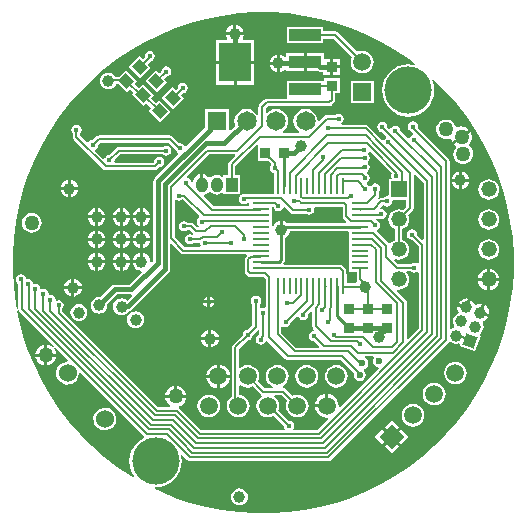
<source format=gtl>
G04*
G04 #@! TF.GenerationSoftware,Altium Limited,Altium Designer,20.0.7 (75)*
G04*
G04 Layer_Physical_Order=1*
G04 Layer_Color=255*
%FSLAX44Y44*%
%MOMM*%
G71*
G01*
G75*
%ADD14C,0.2000*%
%ADD17R,2.7000X3.3000*%
%ADD18R,2.7000X1.0000*%
%ADD19R,0.9652X0.8636*%
G04:AMPARAMS|DCode=20|XSize=0.8636mm|YSize=0.9652mm|CornerRadius=0mm|HoleSize=0mm|Usage=FLASHONLY|Rotation=225.000|XOffset=0mm|YOffset=0mm|HoleType=Round|Shape=Rectangle|*
%AMROTATEDRECTD20*
4,1,4,-0.0359,0.6466,0.6466,-0.0359,0.0359,-0.6466,-0.6466,0.0359,-0.0359,0.6466,0.0*
%
%ADD20ROTATEDRECTD20*%

%ADD21R,0.8636X0.9652*%
%ADD22R,1.4732X0.2794*%
%ADD23R,0.2794X1.4732*%
%ADD38C,1.5240*%
%ADD47C,0.4000*%
%ADD48C,0.2300*%
%ADD49C,0.2400*%
%ADD50C,0.2790*%
%ADD51C,0.2290*%
%ADD52R,1.6500X1.6500*%
%ADD53C,1.6500*%
%ADD54C,1.5000*%
%ADD55P,1.4142X4X385.0*%
%ADD56C,1.0000*%
%ADD57R,1.3208X1.3208*%
%ADD58C,1.3208*%
%ADD59C,4.0000*%
%ADD60P,2.1213X4X90.0*%
%ADD61C,1.2700*%
%ADD62R,1.0000X1.2700*%
%ADD63O,1.0000X1.2700*%
%ADD64R,1.5000X1.5000*%
%ADD65C,0.4500*%
%ADD66C,0.6000*%
G36*
X20804Y211224D02*
X34574Y209411D01*
X48196Y206701D01*
X61612Y203106D01*
X74763Y198642D01*
X87595Y193327D01*
X100052Y187184D01*
X112080Y180240D01*
X123628Y172523D01*
X128794Y168559D01*
X128204Y167411D01*
X127313Y167682D01*
X123000Y168106D01*
X118687Y167682D01*
X114540Y166424D01*
X110718Y164381D01*
X107368Y161632D01*
X104619Y158282D01*
X102576Y154460D01*
X101318Y150313D01*
X100894Y146000D01*
X101318Y141687D01*
X102576Y137540D01*
X104619Y133718D01*
X107368Y130368D01*
X110718Y127619D01*
X114540Y125576D01*
X118687Y124318D01*
X123000Y123894D01*
X127313Y124318D01*
X131460Y125576D01*
X135282Y127619D01*
X138632Y130368D01*
X141381Y133718D01*
X143424Y137540D01*
X144682Y141687D01*
X145106Y146000D01*
X144682Y150313D01*
X143424Y154460D01*
X143173Y154930D01*
X144167Y155719D01*
X145090Y154910D01*
X154910Y145090D01*
X164068Y134647D01*
X172523Y123628D01*
X180240Y112080D01*
X187184Y100052D01*
X193327Y87595D01*
X198642Y74763D01*
X203106Y61612D01*
X206701Y48196D01*
X209411Y34574D01*
X211224Y20804D01*
X212132Y6945D01*
Y-0D01*
Y-6945D01*
X211224Y-20804D01*
X209411Y-34574D01*
X206701Y-48196D01*
X203106Y-61612D01*
X198642Y-74764D01*
X193327Y-87595D01*
X187184Y-100052D01*
X180240Y-112080D01*
X172523Y-123628D01*
X164068Y-134647D01*
X154910Y-145090D01*
X145090Y-154910D01*
X134647Y-164068D01*
X123628Y-172523D01*
X112080Y-180240D01*
X100052Y-187184D01*
X87595Y-193327D01*
X74763Y-198642D01*
X61612Y-203106D01*
X48196Y-206701D01*
X34574Y-209411D01*
X20804Y-211224D01*
X6945Y-212132D01*
X-6945D01*
X-20804Y-211224D01*
X-34574Y-209411D01*
X-48196Y-206701D01*
X-61612Y-203106D01*
X-74764Y-198642D01*
X-87595Y-193327D01*
X-91725Y-191291D01*
X-91376Y-190069D01*
X-91000Y-190106D01*
X-86687Y-189682D01*
X-82540Y-188424D01*
X-78718Y-186381D01*
X-75368Y-183632D01*
X-72619Y-180282D01*
X-70576Y-176460D01*
X-69318Y-172313D01*
X-68894Y-168000D01*
X-69318Y-163687D01*
X-69521Y-163021D01*
X-68431Y-162368D01*
X-64080Y-166719D01*
X-63088Y-167382D01*
X-61917Y-167615D01*
X55385D01*
X55385Y-167615D01*
X56556Y-167382D01*
X57548Y-166719D01*
X157163Y-67104D01*
X157163Y-67104D01*
X157187Y-67068D01*
X158848Y-66868D01*
X159329Y-67308D01*
X160964Y-68159D01*
X162763Y-68558D01*
X164605Y-68478D01*
X165686Y-68137D01*
X166665Y-69159D01*
X166341Y-70052D01*
X179496Y-74840D01*
X184285Y-61684D01*
X183392Y-61360D01*
X183238Y-59952D01*
X184195Y-59343D01*
X185440Y-57984D01*
X186291Y-56349D01*
X186690Y-54549D01*
X186609Y-52708D01*
X186055Y-50950D01*
X185864Y-50650D01*
X186411Y-49146D01*
X187214Y-48892D01*
X188888Y-47826D01*
X190230Y-46362D01*
X190555Y-45737D01*
X183566Y-43193D01*
X184000Y-42000D01*
X182807Y-41566D01*
X185350Y-34576D01*
X184663Y-34424D01*
X182679Y-34511D01*
X180786Y-35108D01*
X180319Y-35405D01*
X179125Y-34971D01*
X178958Y-34442D01*
X177892Y-32768D01*
X176428Y-31427D01*
X175803Y-31101D01*
X173259Y-38091D01*
X172066Y-37656D01*
X171632Y-38850D01*
X164642Y-36306D01*
X164490Y-36994D01*
X164576Y-38977D01*
X165173Y-40870D01*
X165626Y-41580D01*
X165078Y-43085D01*
X164738Y-43192D01*
X163184Y-44182D01*
X161939Y-45541D01*
X161088Y-47176D01*
X160689Y-48975D01*
X160769Y-50816D01*
X161323Y-52574D01*
X161827Y-53365D01*
X161289Y-54844D01*
X160395Y-55126D01*
X159329Y-55805D01*
X158059Y-55186D01*
Y86000D01*
X157826Y87170D01*
X157163Y88163D01*
X157163Y88163D01*
X131096Y114230D01*
X131333Y115425D01*
X131003Y117083D01*
X130064Y118489D01*
X128658Y119428D01*
X127000Y119758D01*
X125342Y119428D01*
X123936Y118489D01*
X122997Y117083D01*
X122667Y115425D01*
X122997Y113766D01*
X123936Y112361D01*
X125074Y111600D01*
X127204Y109470D01*
X126786Y108092D01*
X126342Y108003D01*
X124936Y107064D01*
X124184Y105938D01*
X122778Y105548D01*
X116332Y111994D01*
X116333Y112000D01*
X116003Y113658D01*
X115064Y115064D01*
X113658Y116003D01*
X112000Y116333D01*
X110342Y116003D01*
X108936Y115064D01*
X108184Y113938D01*
X106778Y113547D01*
X105332Y114994D01*
X105333Y115000D01*
X105003Y116658D01*
X104064Y118064D01*
X102658Y119003D01*
X101000Y119333D01*
X99342Y119003D01*
X97936Y118064D01*
X96997Y116658D01*
X96667Y115000D01*
X96997Y113342D01*
X97936Y111936D01*
X99342Y110997D01*
X101000Y110667D01*
X101006Y110668D01*
X104453Y107222D01*
X104062Y105816D01*
X102936Y105064D01*
X102479Y104381D01*
X100901Y104164D01*
X88901Y116163D01*
X87909Y116826D01*
X86738Y117059D01*
X86738Y117059D01*
X66541D01*
X66155Y118329D01*
X67064Y118936D01*
X68003Y120342D01*
X68333Y122000D01*
X68003Y123658D01*
X67064Y125064D01*
X65658Y126003D01*
X64000Y126333D01*
X62342Y126003D01*
X60936Y125064D01*
X60932Y125059D01*
X54000D01*
X52829Y124826D01*
X51837Y124163D01*
X51837Y124163D01*
X47509Y119834D01*
X46285Y120407D01*
X45986Y122676D01*
X44953Y125169D01*
X43310Y127311D01*
X41169Y128954D01*
X38676Y129986D01*
X36000Y130339D01*
X33324Y129986D01*
X30831Y128954D01*
X28690Y127311D01*
X27047Y125169D01*
X26014Y122676D01*
X25661Y120000D01*
X26014Y117325D01*
X27047Y114831D01*
X28690Y112690D01*
X30464Y111329D01*
X30032Y110059D01*
X16968D01*
X16536Y111329D01*
X18310Y112690D01*
X19953Y114831D01*
X20986Y117325D01*
X21338Y120000D01*
X20986Y122676D01*
X19953Y125169D01*
X18310Y127311D01*
X16169Y128954D01*
X13676Y129986D01*
X11000Y130339D01*
X8324Y129986D01*
X5831Y128954D01*
X3690Y127311D01*
X3261Y126753D01*
X2059Y127161D01*
Y130733D01*
X4267Y132941D01*
X56000D01*
X56000Y132941D01*
X57171Y133174D01*
X58163Y133837D01*
X60163Y135837D01*
X60826Y136830D01*
X61059Y138000D01*
X61059Y138000D01*
Y143681D01*
X64826D01*
Y156317D01*
X51174D01*
Y155198D01*
X51000Y154000D01*
X20000D01*
Y140000D01*
X19207Y139059D01*
X3000D01*
X1829Y138826D01*
X837Y138163D01*
X837Y138163D01*
X-3163Y134163D01*
X-3826Y133170D01*
X-4059Y132000D01*
X-4059Y132000D01*
Y125968D01*
X-5329Y125537D01*
X-6690Y127311D01*
X-8831Y128954D01*
X-11324Y129986D01*
X-14000Y130339D01*
X-16676Y129986D01*
X-19169Y128954D01*
X-21310Y127311D01*
X-22953Y125169D01*
X-23986Y122676D01*
X-24339Y120000D01*
X-23986Y117325D01*
X-23534Y116233D01*
X-27577Y112191D01*
X-28750Y112677D01*
Y130250D01*
X-49250D01*
Y114518D01*
X-64852Y98916D01*
X-66361Y99203D01*
X-66936Y100064D01*
X-68342Y101003D01*
X-70000Y101333D01*
X-70840Y101166D01*
X-76837Y107163D01*
X-77829Y107826D01*
X-79000Y108059D01*
X-79000Y108059D01*
X-139000D01*
X-139000Y108059D01*
X-140170Y107826D01*
X-141163Y107163D01*
X-143994Y104332D01*
X-144000Y104333D01*
X-145658Y104003D01*
X-147064Y103064D01*
X-147586Y102283D01*
X-149126Y102027D01*
X-154941Y107843D01*
Y109803D01*
X-154936Y109806D01*
X-153997Y111212D01*
X-153667Y112870D01*
X-153997Y114528D01*
X-154936Y115934D01*
X-156342Y116874D01*
X-158000Y117203D01*
X-159658Y116874D01*
X-161064Y115934D01*
X-162003Y114528D01*
X-162333Y112870D01*
X-162003Y111212D01*
X-161064Y109806D01*
X-161059Y109803D01*
Y106576D01*
X-161059Y106575D01*
X-160826Y105405D01*
X-160163Y104413D01*
X-135337Y79587D01*
X-135337Y79587D01*
X-134345Y78924D01*
X-133174Y78691D01*
X-91750D01*
X-91750Y78691D01*
X-90580Y78924D01*
X-89587Y79587D01*
X-88028Y81146D01*
X-88022Y81145D01*
X-86363Y81475D01*
X-84958Y82414D01*
X-84018Y83820D01*
X-83688Y85478D01*
X-84018Y87137D01*
X-84958Y88542D01*
X-86363Y89482D01*
X-88022Y89812D01*
X-89680Y89482D01*
X-91086Y88542D01*
X-92025Y87137D01*
X-92355Y85478D01*
X-93322Y84809D01*
X-125072D01*
X-125980Y86079D01*
X-125797Y87000D01*
X-125798Y87006D01*
X-120863Y91941D01*
X-85068D01*
X-85064Y91936D01*
X-83658Y90997D01*
X-82000Y90667D01*
X-80342Y90997D01*
X-78936Y91936D01*
X-77997Y93342D01*
X-77667Y95000D01*
X-77997Y96658D01*
X-78936Y98064D01*
X-80342Y99003D01*
X-82000Y99333D01*
X-83658Y99003D01*
X-85064Y98064D01*
X-85068Y98059D01*
X-122130D01*
X-123301Y97826D01*
X-124293Y97163D01*
X-130124Y91332D01*
X-130130Y91333D01*
X-131789Y91003D01*
X-133194Y90064D01*
X-134064Y88762D01*
X-134346Y88563D01*
X-135356Y88257D01*
X-141972Y94874D01*
X-141717Y96414D01*
X-140936Y96936D01*
X-139996Y98342D01*
X-139667Y100000D01*
X-139668Y100006D01*
X-137733Y101941D01*
X-80267D01*
X-74087Y95761D01*
X-74003Y95342D01*
X-73064Y93936D01*
X-72203Y93361D01*
X-71916Y91852D01*
X-91884Y71884D01*
X-92768Y70561D01*
X-93078Y69000D01*
X-93078Y69000D01*
Y1689D01*
X-94305Y463D01*
X-94568Y592D01*
X-95415Y1149D01*
X-95654Y2968D01*
X-96414Y4803D01*
X-97622Y6378D01*
X-99198Y7586D01*
X-101032Y8346D01*
X-101730Y8438D01*
Y1000D01*
X-103000D01*
Y-270D01*
X-110438D01*
X-110346Y-968D01*
X-109586Y-2803D01*
X-108378Y-4378D01*
X-106803Y-5586D01*
X-104968Y-6346D01*
X-103149Y-6585D01*
X-102592Y-7432D01*
X-102463Y-7695D01*
X-113189Y-18422D01*
X-125500D01*
X-125500Y-18422D01*
X-127061Y-18732D01*
X-128384Y-19616D01*
X-128384Y-19616D01*
X-137858Y-29090D01*
X-139000Y-28940D01*
X-140827Y-29180D01*
X-142530Y-29885D01*
X-143992Y-31008D01*
X-145114Y-32470D01*
X-145820Y-34173D01*
X-146060Y-36000D01*
X-145820Y-37827D01*
X-145114Y-39530D01*
X-143992Y-40992D01*
X-142530Y-42115D01*
X-140827Y-42820D01*
X-139000Y-43060D01*
X-137173Y-42820D01*
X-135470Y-42115D01*
X-134008Y-40992D01*
X-132886Y-39530D01*
X-132180Y-37827D01*
X-131940Y-36000D01*
X-132090Y-34858D01*
X-123811Y-26578D01*
X-111642D01*
X-111376Y-26911D01*
X-111052Y-27784D01*
X-115094Y-31826D01*
X-116320Y-30886D01*
X-118023Y-30180D01*
X-119850Y-29940D01*
X-121678Y-30180D01*
X-123380Y-30886D01*
X-124843Y-32008D01*
X-125965Y-33470D01*
X-126670Y-35173D01*
X-126911Y-37000D01*
X-126670Y-38827D01*
X-125965Y-40530D01*
X-124843Y-41992D01*
X-123380Y-43115D01*
X-121678Y-43820D01*
X-119850Y-44060D01*
X-118023Y-43820D01*
X-116320Y-43115D01*
X-114858Y-41992D01*
X-113804Y-40619D01*
X-112539Y-40367D01*
X-111216Y-39483D01*
X-80116Y-8384D01*
X-79232Y-7061D01*
X-78922Y-5500D01*
X-78922Y-5500D01*
Y15936D01*
X-77748Y16423D01*
X-69662Y8337D01*
X-69662Y8337D01*
X-68670Y7674D01*
X-67500Y7441D01*
X-67499Y7441D01*
X-14350D01*
X-13824Y6171D01*
X-14693Y5302D01*
X-15356Y4310D01*
X-15589Y3139D01*
X-15589Y3139D01*
Y-7140D01*
X-15589Y-7140D01*
X-15356Y-8310D01*
X-14693Y-9303D01*
X-12935Y-11060D01*
X-12935Y-11060D01*
X-11943Y-11723D01*
X-10772Y-11956D01*
X-10772Y-11956D01*
X630D01*
X2191Y-13517D01*
Y-36942D01*
X921Y-37850D01*
X0Y-37667D01*
X-1658Y-37997D01*
X-1821Y-38105D01*
X-2941Y-37507D01*
Y-35068D01*
X-2936Y-35064D01*
X-1997Y-33658D01*
X-1667Y-32000D01*
X-1997Y-30342D01*
X-2936Y-28936D01*
X-4342Y-27997D01*
X-6000Y-27667D01*
X-7658Y-27997D01*
X-9064Y-28936D01*
X-10003Y-30342D01*
X-10333Y-32000D01*
X-10003Y-33658D01*
X-9064Y-35064D01*
X-9059Y-35068D01*
Y-52733D01*
X-12994Y-56668D01*
X-13000Y-56667D01*
X-14658Y-56997D01*
X-16064Y-57936D01*
X-17003Y-59342D01*
X-17333Y-61000D01*
X-17332Y-61006D01*
X-25663Y-69337D01*
X-26326Y-70329D01*
X-26559Y-71500D01*
X-26559Y-71500D01*
Y-113291D01*
X-27775Y-114225D01*
X-29298Y-116209D01*
X-30255Y-118520D01*
X-30582Y-121000D01*
X-30255Y-123480D01*
X-29298Y-125791D01*
X-27775Y-127775D01*
X-25791Y-129298D01*
X-23480Y-130255D01*
X-21000Y-130582D01*
X-18520Y-130255D01*
X-16209Y-129298D01*
X-14225Y-127775D01*
X-12702Y-125791D01*
X-11745Y-123480D01*
X-11418Y-121000D01*
X-11745Y-118520D01*
X-12702Y-116209D01*
X-14225Y-114225D01*
X-16209Y-112702D01*
X-18520Y-111744D01*
X-20441Y-111492D01*
Y-103865D01*
X-19171Y-103239D01*
X-17791Y-104298D01*
X-15480Y-105255D01*
X-13000Y-105582D01*
X-10520Y-105255D01*
X-8788Y-104538D01*
X-2163Y-111163D01*
X-2163Y-111163D01*
X-1424Y-111657D01*
X-1258Y-112667D01*
X-1303Y-113095D01*
X-2776Y-114225D01*
X-4298Y-116209D01*
X-5256Y-118520D01*
X-5582Y-121000D01*
X-5256Y-123480D01*
X-4298Y-125791D01*
X-2776Y-127775D01*
X-791Y-129298D01*
X1520Y-130255D01*
X4000Y-130582D01*
X6480Y-130255D01*
X8791Y-129298D01*
X8894Y-129219D01*
X17668Y-137994D01*
X17667Y-138000D01*
X17997Y-139658D01*
X18377Y-140227D01*
X17698Y-141497D01*
X-52366D01*
X-71026Y-122837D01*
X-71093Y-122793D01*
X-70951Y-121360D01*
X-69517Y-120765D01*
X-67660Y-119340D01*
X-66235Y-117483D01*
X-65339Y-115321D01*
X-65201Y-114270D01*
X-82800D01*
X-82661Y-115321D01*
X-81765Y-117483D01*
X-80340Y-119340D01*
X-78606Y-120671D01*
X-78613Y-121084D01*
X-78963Y-121941D01*
X-88733D01*
X-169941Y-40733D01*
Y-39068D01*
X-169936Y-39064D01*
X-168997Y-37658D01*
X-168667Y-36000D01*
X-168997Y-34342D01*
X-169936Y-32936D01*
X-171342Y-31997D01*
X-173000Y-31667D01*
X-174658Y-31997D01*
X-175700Y-31165D01*
X-175667Y-31000D01*
X-175997Y-29342D01*
X-176936Y-27936D01*
X-178342Y-26997D01*
X-180000Y-26667D01*
X-180525Y-26771D01*
X-181667Y-26000D01*
X-181997Y-24342D01*
X-182936Y-22936D01*
X-184342Y-21997D01*
X-186000Y-21667D01*
X-187478Y-21961D01*
X-187702Y-21968D01*
X-188817Y-21243D01*
X-188996Y-20342D01*
X-189936Y-18936D01*
X-191341Y-17997D01*
X-193000Y-17667D01*
X-194658Y-17996D01*
X-194896Y-16848D01*
X-194997Y-16342D01*
X-195936Y-14936D01*
X-197342Y-13997D01*
X-199000Y-13667D01*
X-200658Y-13997D01*
X-200896Y-12847D01*
X-200997Y-12342D01*
X-201936Y-10936D01*
X-203342Y-9997D01*
X-205000Y-9667D01*
X-206658Y-9997D01*
X-208064Y-10936D01*
X-209003Y-12342D01*
X-209333Y-14000D01*
X-209003Y-15658D01*
X-208064Y-17064D01*
X-207309Y-17569D01*
Y-38631D01*
X-208579Y-38756D01*
X-209411Y-34574D01*
X-211224Y-20804D01*
X-212132Y-6945D01*
Y0D01*
Y6945D01*
X-211224Y20804D01*
X-209411Y34574D01*
X-206701Y48196D01*
X-203106Y61612D01*
X-198642Y74763D01*
X-193327Y87595D01*
X-187184Y100052D01*
X-180240Y112080D01*
X-172523Y123628D01*
X-164068Y134647D01*
X-154910Y145090D01*
X-145090Y154910D01*
X-134647Y164068D01*
X-123628Y172523D01*
X-112080Y180240D01*
X-100052Y187184D01*
X-87595Y193327D01*
X-74764Y198642D01*
X-61612Y203106D01*
X-48196Y206701D01*
X-34574Y209411D01*
X-20804Y211224D01*
X-6945Y212132D01*
X6945D01*
X20804Y211224D01*
D02*
G37*
G36*
X-23558Y90768D02*
X-28763Y85563D01*
X-29426Y84571D01*
X-29659Y83400D01*
X-29659Y83400D01*
Y74650D01*
X-33600D01*
Y73700D01*
X-34870Y73074D01*
X-35770Y73765D01*
X-37473Y74470D01*
X-39300Y74710D01*
X-41127Y74470D01*
X-42830Y73765D01*
X-44292Y72642D01*
X-44509Y72360D01*
X-46110D01*
X-46622Y73028D01*
X-48197Y74236D01*
X-50032Y74996D01*
X-50730Y75088D01*
Y66300D01*
X-53270D01*
Y75088D01*
X-53968Y74996D01*
X-55802Y74236D01*
X-57378Y73028D01*
X-58586Y71452D01*
X-59346Y69618D01*
X-59485Y68566D01*
X-60771Y68524D01*
X-60997Y69658D01*
X-61936Y71064D01*
X-63342Y72003D01*
X-64156Y72165D01*
X-64574Y73544D01*
X-46177Y91941D01*
X-24044D01*
X-23558Y90768D01*
D02*
G37*
G36*
X-4319Y99559D02*
Y86174D01*
X4499D01*
X6498Y84176D01*
X6936Y83064D01*
X5997Y81658D01*
X5667Y80000D01*
X5997Y78342D01*
X6936Y76936D01*
X8342Y75997D01*
X9441Y75778D01*
Y74530D01*
X9103D01*
Y57956D01*
X-14270D01*
X-14342Y58003D01*
X-16000Y58333D01*
X-17658Y58003D01*
X-18556Y57403D01*
X-19600Y58233D01*
Y74650D01*
X-23541D01*
Y82133D01*
X-5405Y100269D01*
X-4319Y99559D01*
D02*
G37*
G36*
X90827Y94108D02*
X108944Y75991D01*
X108722Y75658D01*
X108392Y74000D01*
X108722Y72342D01*
X108900Y72074D01*
X108222Y70804D01*
X106196D01*
Y57096D01*
X105214Y56290D01*
X105000Y56333D01*
X103342Y56003D01*
X101936Y55064D01*
X101932Y55059D01*
X100000D01*
X98829Y54826D01*
X98065Y54315D01*
X97163Y55204D01*
X97826Y56196D01*
X98059Y57367D01*
Y59932D01*
X98064Y59936D01*
X99003Y61342D01*
X99333Y63000D01*
X99003Y64658D01*
X98064Y66064D01*
X96658Y67003D01*
X95000Y67333D01*
X93342Y67003D01*
X91936Y66064D01*
X91206Y64971D01*
X90904Y64893D01*
X90096D01*
X89794Y64971D01*
X89064Y66064D01*
X87971Y66794D01*
X87893Y67096D01*
Y67904D01*
X87971Y68206D01*
X89064Y68936D01*
X90003Y70342D01*
X90333Y72000D01*
X90003Y73658D01*
X89064Y75064D01*
X87971Y75794D01*
X87893Y76096D01*
Y76904D01*
X87971Y77206D01*
X89064Y77936D01*
X90003Y79342D01*
X90333Y81000D01*
X90003Y82658D01*
X89064Y84064D01*
X88614Y84365D01*
Y85635D01*
X89064Y85936D01*
X90003Y87342D01*
X90333Y89000D01*
X90003Y90658D01*
X89064Y92064D01*
X88639Y92348D01*
Y92936D01*
X89321Y93957D01*
X89894Y94134D01*
X90481Y94173D01*
X90827Y94108D01*
D02*
G37*
G36*
X-67031Y53130D02*
X-54027Y40126D01*
X-54283Y38586D01*
X-55064Y38064D01*
X-56003Y36658D01*
X-56333Y35000D01*
X-56003Y33342D01*
X-55064Y31936D01*
X-54155Y31329D01*
X-54541Y30059D01*
X-55733D01*
X-58837Y33163D01*
X-59829Y33826D01*
X-61000Y34059D01*
X-61000Y34059D01*
X-63932D01*
X-63936Y34064D01*
X-65342Y35003D01*
X-67000Y35333D01*
X-68658Y35003D01*
X-70064Y34064D01*
X-71003Y32658D01*
X-71333Y31000D01*
X-71003Y29342D01*
X-70064Y27936D01*
X-68658Y26997D01*
X-67000Y26667D01*
X-65342Y26997D01*
X-63936Y27936D01*
X-63932Y27941D01*
X-62267D01*
X-59481Y25156D01*
X-59541Y24008D01*
X-59697Y23667D01*
X-59781Y23629D01*
X-60342Y24003D01*
X-62000Y24333D01*
X-63658Y24003D01*
X-65064Y23064D01*
X-66003Y21658D01*
X-66333Y20000D01*
X-66003Y18342D01*
X-65064Y16936D01*
X-63658Y15997D01*
X-62000Y15667D01*
X-60342Y15997D01*
X-58936Y16936D01*
X-58932Y16941D01*
X-53425D01*
X-53425Y16941D01*
X-53306Y16862D01*
X-53003Y15342D01*
X-52660Y14828D01*
X-53339Y13558D01*
X-66233D01*
X-74941Y22267D01*
Y53137D01*
X-73671Y53673D01*
X-72658Y52997D01*
X-71000Y52667D01*
X-69342Y52997D01*
X-67936Y53936D01*
X-67031Y53130D01*
D02*
G37*
G36*
X-44509Y60240D02*
X-44292Y59957D01*
X-42830Y58836D01*
X-41127Y58130D01*
X-39300Y57890D01*
X-37473Y58130D01*
X-35770Y58836D01*
X-34870Y59526D01*
X-33600Y58900D01*
Y57950D01*
X-19883D01*
X-19796Y57856D01*
X-19214Y56840D01*
X-20003Y55658D01*
X-20333Y54000D01*
X-20003Y52342D01*
X-19064Y50936D01*
X-17658Y49997D01*
X-16000Y49667D01*
X-14342Y49997D01*
X-12936Y50936D01*
X-12800Y51140D01*
X-11530Y50754D01*
Y48223D01*
X-42261D01*
X-50440Y56402D01*
X-50324Y56744D01*
X-49900Y57659D01*
X-48197Y58364D01*
X-46622Y59572D01*
X-46110Y60240D01*
X-44509D01*
D02*
G37*
G36*
X121345Y47671D02*
X118326Y44652D01*
X117046Y45183D01*
X114800Y45478D01*
X112554Y45183D01*
X110461Y44316D01*
X108663Y42937D01*
X107284Y41139D01*
X106417Y39046D01*
X106122Y36800D01*
X106417Y34554D01*
X107284Y32461D01*
X108663Y30664D01*
X110461Y29285D01*
X111741Y28754D01*
Y19446D01*
X110461Y18916D01*
X108663Y17536D01*
X107884Y16521D01*
X106326Y16576D01*
X106163Y16820D01*
X106163Y16820D01*
X96343Y26639D01*
X96649Y27955D01*
X96733Y28046D01*
X98064Y28936D01*
X99003Y30342D01*
X99333Y32000D01*
X99003Y33658D01*
X98064Y35064D01*
X96658Y36003D01*
X95817Y36171D01*
X95942Y37441D01*
X98301D01*
X98591Y37246D01*
X100250Y36916D01*
X101908Y37246D01*
X103314Y38186D01*
X104253Y39592D01*
X104583Y41250D01*
X104253Y42908D01*
X103314Y44314D01*
X101908Y45253D01*
X100250Y45583D01*
X99570Y45448D01*
X98944Y46618D01*
X100824Y48498D01*
X101936Y48936D01*
X103342Y47997D01*
X105000Y47667D01*
X106658Y47997D01*
X108064Y48936D01*
X109003Y50342D01*
X109333Y52000D01*
X109211Y52614D01*
X110016Y53596D01*
X121345D01*
Y47671D01*
D02*
G37*
G36*
X67275Y47399D02*
Y39325D01*
X67275Y39324D01*
X67508Y38154D01*
X68171Y37162D01*
X70453Y34880D01*
X69967Y33706D01*
X20663D01*
X19303Y34750D01*
X17469Y35510D01*
X16770Y35602D01*
Y28164D01*
X14230D01*
Y35602D01*
X13532Y35510D01*
X11698Y34750D01*
X10123Y33542D01*
X8914Y31967D01*
X8472Y30900D01*
X7202Y31153D01*
Y37102D01*
Y47441D01*
X8575D01*
X8828Y47187D01*
X8997Y46342D01*
X9936Y44936D01*
X11342Y43997D01*
X13000Y43667D01*
X14658Y43997D01*
X16064Y44936D01*
X17003Y46342D01*
X17092Y46786D01*
X18470Y47204D01*
X23337Y42337D01*
X23337Y42337D01*
X24329Y41674D01*
X25500Y41441D01*
X36676D01*
X37342Y40997D01*
X39000Y40667D01*
X40658Y40997D01*
X42064Y41936D01*
X43003Y43342D01*
X43333Y45000D01*
X43041Y46469D01*
X43583Y47739D01*
X66935D01*
X67275Y47399D01*
D02*
G37*
G36*
X135941Y67733D02*
Y20044D01*
X134768Y19558D01*
X130332Y23994D01*
X130333Y24000D01*
X130003Y25658D01*
X129064Y27064D01*
X127658Y28003D01*
X126000Y28333D01*
X124342Y28003D01*
X122936Y27064D01*
X121997Y25658D01*
X121667Y24000D01*
X121997Y22342D01*
X122936Y20936D01*
X124342Y19997D01*
X126000Y19667D01*
X126006Y19668D01*
X131613Y14061D01*
Y225D01*
X130343Y-454D01*
X129658Y3D01*
X128000Y333D01*
X126342Y3D01*
X124936Y-936D01*
X124932Y-941D01*
X114267D01*
X111067Y2259D01*
X111786Y3335D01*
X112554Y3018D01*
X114800Y2722D01*
X117046Y3018D01*
X119139Y3884D01*
X120936Y5264D01*
X122315Y7061D01*
X123182Y9154D01*
X123478Y11400D01*
X123182Y13646D01*
X122315Y15739D01*
X120936Y17536D01*
X119139Y18916D01*
X117859Y19446D01*
Y28754D01*
X119139Y29285D01*
X120936Y30664D01*
X122315Y32461D01*
X123182Y34554D01*
X123478Y36800D01*
X123182Y39046D01*
X122652Y40326D01*
X126567Y44241D01*
X126567Y44241D01*
X127230Y45234D01*
X127463Y46404D01*
Y74415D01*
X128733Y74941D01*
X135941Y67733D01*
D02*
G37*
G36*
X72258Y26563D02*
X72798D01*
Y22103D01*
Y12103D01*
Y2103D01*
Y-7897D01*
X79106D01*
Y-13999D01*
X79106Y-14000D01*
X79338Y-15170D01*
X79673Y-15671D01*
X79056Y-16940D01*
X79054Y-16941D01*
X70897D01*
Y-9798D01*
X70559D01*
Y-6500D01*
X70326Y-5330D01*
X69663Y-4337D01*
X69663Y-4337D01*
X67663Y-2337D01*
X66671Y-1674D01*
X65500Y-1441D01*
X65500Y-1441D01*
X17410D01*
X16924Y-268D01*
X17768Y575D01*
X18463Y1616D01*
X18707Y2843D01*
Y21331D01*
X19303Y21578D01*
X20878Y22786D01*
X22086Y24362D01*
X22846Y26196D01*
X22991Y27293D01*
X72258D01*
Y26563D01*
D02*
G37*
G36*
X124936Y-7064D02*
X126342Y-8003D01*
X128000Y-8333D01*
X129658Y-8003D01*
X130343Y-7546D01*
X131613Y-8225D01*
Y-55718D01*
X122982Y-64349D01*
X121809Y-63863D01*
Y-33705D01*
X121809Y-33705D01*
X121576Y-32535D01*
X120913Y-31542D01*
X113107Y-23736D01*
X113700Y-22533D01*
X114800Y-22678D01*
X117046Y-22382D01*
X119139Y-21516D01*
X120936Y-20136D01*
X122315Y-18339D01*
X123182Y-16246D01*
X123478Y-14000D01*
X123182Y-11754D01*
X122315Y-9661D01*
X121293Y-8329D01*
X121889Y-7059D01*
X124932D01*
X124936Y-7064D01*
D02*
G37*
G36*
X41691Y-41212D02*
Y-53750D01*
X41691Y-53750D01*
X41924Y-54921D01*
X42587Y-55913D01*
X43121Y-56446D01*
X43096Y-56692D01*
X42620Y-57742D01*
X41342Y-57997D01*
X39936Y-58936D01*
X38997Y-60342D01*
X38667Y-62000D01*
X38997Y-63658D01*
X39936Y-65064D01*
X41342Y-66003D01*
X43000Y-66333D01*
X43006Y-66332D01*
X47442Y-70768D01*
X46956Y-71941D01*
X28267D01*
X15559Y-59233D01*
Y-54676D01*
X16829Y-53997D01*
X17342Y-54340D01*
X19000Y-54669D01*
X20658Y-54340D01*
X22064Y-53400D01*
X23003Y-51995D01*
X23333Y-50336D01*
X23332Y-50330D01*
X28586Y-45076D01*
X29964Y-45494D01*
X29997Y-45658D01*
X30936Y-47064D01*
X32342Y-48003D01*
X34000Y-48333D01*
X35658Y-48003D01*
X37064Y-47064D01*
X38003Y-45658D01*
X38333Y-44000D01*
X38153Y-43092D01*
X40518Y-40726D01*
X41691Y-41212D01*
D02*
G37*
G36*
X-3059Y-57181D02*
Y-60733D01*
X-3239Y-60913D01*
X-3658Y-60997D01*
X-5064Y-61936D01*
X-6003Y-63342D01*
X-6333Y-65000D01*
X-6003Y-66658D01*
X-5064Y-68064D01*
X-3658Y-69003D01*
X-2000Y-69333D01*
X-342Y-69003D01*
X1064Y-68064D01*
X2003Y-66658D01*
X2092Y-66214D01*
X3470Y-65796D01*
X18837Y-81163D01*
X19829Y-81826D01*
X21000Y-82059D01*
X21000Y-82059D01*
X65733D01*
X77196Y-93522D01*
X76902Y-95000D01*
X77290Y-96951D01*
X78395Y-98605D01*
X80049Y-99710D01*
X82000Y-100098D01*
X83951Y-99710D01*
X85605Y-98605D01*
X86710Y-96951D01*
X87098Y-95000D01*
X86710Y-93049D01*
X85605Y-91395D01*
X85234Y-91147D01*
X85502Y-89799D01*
X85951Y-89710D01*
X87605Y-88605D01*
X88710Y-86951D01*
X89098Y-85000D01*
X88710Y-83049D01*
X87605Y-81395D01*
X86009Y-80329D01*
X85991Y-80234D01*
X86420Y-79059D01*
X93093D01*
X93771Y-80329D01*
X93290Y-81049D01*
X92902Y-83000D01*
X93290Y-84951D01*
X94395Y-86605D01*
X96049Y-87710D01*
X97530Y-88005D01*
X98046Y-89285D01*
X65189Y-122142D01*
X64050Y-121580D01*
X64127Y-121000D01*
X63782Y-118379D01*
X62770Y-115937D01*
X61161Y-113839D01*
X59063Y-112230D01*
X56621Y-111218D01*
X55270Y-111041D01*
Y-121000D01*
X54000D01*
Y-122270D01*
X44041D01*
X44218Y-123621D01*
X45230Y-126063D01*
X46839Y-128161D01*
X48937Y-129770D01*
X51379Y-130782D01*
X54000Y-131127D01*
X54580Y-131050D01*
X55142Y-132189D01*
X45834Y-141497D01*
X26302D01*
X25623Y-140227D01*
X26003Y-139658D01*
X26333Y-138000D01*
X26003Y-136342D01*
X25064Y-134936D01*
X23658Y-133997D01*
X22000Y-133667D01*
X21994Y-133668D01*
X12831Y-124505D01*
X13255Y-123480D01*
X13582Y-121000D01*
X13255Y-118520D01*
X12298Y-116209D01*
X10775Y-114225D01*
X9608Y-113329D01*
X10039Y-112059D01*
X15733D01*
X20462Y-116788D01*
X19744Y-118520D01*
X19418Y-121000D01*
X19744Y-123480D01*
X20702Y-125791D01*
X22225Y-127775D01*
X24209Y-129298D01*
X26520Y-130255D01*
X29000Y-130582D01*
X31480Y-130255D01*
X33791Y-129298D01*
X35775Y-127775D01*
X37298Y-125791D01*
X38255Y-123480D01*
X38582Y-121000D01*
X38255Y-118520D01*
X37298Y-116209D01*
X35775Y-114225D01*
X33791Y-112702D01*
X31480Y-111744D01*
X29000Y-111418D01*
X26520Y-111744D01*
X24788Y-112462D01*
X19163Y-106837D01*
X18171Y-106174D01*
X17000Y-105941D01*
X16692Y-105714D01*
X16791Y-104298D01*
X18776Y-102775D01*
X20298Y-100791D01*
X21256Y-98480D01*
X21582Y-96000D01*
X21256Y-93520D01*
X20298Y-91209D01*
X18776Y-89225D01*
X16791Y-87702D01*
X14480Y-86744D01*
X12000Y-86418D01*
X9520Y-86744D01*
X7209Y-87702D01*
X5225Y-89225D01*
X3702Y-91209D01*
X2745Y-93520D01*
X2418Y-96000D01*
X2745Y-98480D01*
X3702Y-100791D01*
X5225Y-102775D01*
X7209Y-104298D01*
X8110Y-104671D01*
X7857Y-105941D01*
X1267D01*
X-4462Y-100212D01*
X-3744Y-98480D01*
X-3418Y-96000D01*
X-3744Y-93520D01*
X-4702Y-91209D01*
X-6224Y-89225D01*
X-8209Y-87702D01*
X-10520Y-86744D01*
X-13000Y-86418D01*
X-15480Y-86744D01*
X-17791Y-87702D01*
X-19171Y-88761D01*
X-20441Y-88135D01*
Y-72767D01*
X-13006Y-65332D01*
X-13000Y-65333D01*
X-11342Y-65003D01*
X-9936Y-64064D01*
X-8997Y-62658D01*
X-8667Y-61000D01*
X-8668Y-60994D01*
X-4329Y-56655D01*
X-3059Y-57181D01*
D02*
G37*
G36*
X-206413Y-41197D02*
X-177194Y-70416D01*
X-178033Y-71373D01*
X-178267Y-71193D01*
X-179517Y-70235D01*
X-181679Y-69339D01*
X-182730Y-69201D01*
Y-76730D01*
X-175201D01*
X-175339Y-75679D01*
X-176235Y-73517D01*
X-177193Y-72267D01*
X-177373Y-72033D01*
X-176416Y-71194D01*
X-165211Y-82399D01*
X-165723Y-83683D01*
X-166980Y-83716D01*
X-169408Y-84436D01*
X-171568Y-85759D01*
X-173312Y-87596D01*
X-174520Y-89822D01*
X-175112Y-92285D01*
X-175046Y-94818D01*
X-174326Y-97246D01*
X-173003Y-99406D01*
X-171165Y-101150D01*
X-168939Y-102358D01*
X-166476Y-102949D01*
X-163944Y-102883D01*
X-161515Y-102164D01*
X-159356Y-100840D01*
X-157612Y-99003D01*
X-156403Y-96777D01*
X-155812Y-94314D01*
X-155831Y-93575D01*
X-154575Y-93035D01*
X-100772Y-146838D01*
X-100792Y-148178D01*
X-100838Y-148313D01*
X-103282Y-149619D01*
X-106632Y-152368D01*
X-109381Y-155718D01*
X-111424Y-159540D01*
X-112682Y-163687D01*
X-113106Y-168000D01*
X-112682Y-172313D01*
X-111424Y-176460D01*
X-109381Y-180282D01*
X-109266Y-180421D01*
X-110088Y-181390D01*
X-112080Y-180240D01*
X-123628Y-172523D01*
X-134647Y-164068D01*
X-145090Y-154910D01*
X-154910Y-145090D01*
X-164068Y-134647D01*
X-172523Y-123628D01*
X-180240Y-112080D01*
X-187184Y-100052D01*
X-193327Y-87595D01*
X-198642Y-74764D01*
X-203106Y-61612D01*
X-206701Y-48196D01*
X-208207Y-40623D01*
X-207076Y-40205D01*
X-206413Y-41197D01*
D02*
G37*
%LPC*%
G36*
X-22730Y201438D02*
Y195270D01*
X-16562D01*
X-16654Y195968D01*
X-17414Y197803D01*
X-18622Y199378D01*
X-20198Y200586D01*
X-22032Y201346D01*
X-22730Y201438D01*
D02*
G37*
G36*
X-25270D02*
X-25968Y201346D01*
X-27803Y200586D01*
X-29378Y199378D01*
X-30586Y197803D01*
X-31346Y195968D01*
X-31438Y195270D01*
X-25270D01*
Y201438D01*
D02*
G37*
G36*
X34230Y177540D02*
X19460D01*
Y175054D01*
X18904Y174706D01*
X18190Y174522D01*
X16803Y175586D01*
X14968Y176346D01*
X14270Y176438D01*
Y169000D01*
Y161562D01*
X14968Y161654D01*
X16803Y162414D01*
X18190Y163478D01*
X18904Y163294D01*
X19460Y162946D01*
Y162460D01*
X34230D01*
Y170000D01*
Y177540D01*
D02*
G37*
G36*
X-96000Y179333D02*
X-97658Y179003D01*
X-99064Y178064D01*
X-100003Y176658D01*
X-100333Y175000D01*
X-100166Y174160D01*
X-102038Y172288D01*
X-104702Y174952D01*
X-113637Y166017D01*
X-103983Y156363D01*
X-95048Y165298D01*
X-97712Y167962D01*
X-94761Y170913D01*
X-94342Y170997D01*
X-92936Y171936D01*
X-91997Y173342D01*
X-91667Y175000D01*
X-91997Y176658D01*
X-92936Y178064D01*
X-94342Y179003D01*
X-96000Y179333D01*
D02*
G37*
G36*
X-16562Y192730D02*
X-31438D01*
X-31346Y192032D01*
X-30633Y190310D01*
X-30967Y189380D01*
X-31134Y189040D01*
X-39540D01*
Y171270D01*
X-23500D01*
X-7460D01*
Y189040D01*
X-16866D01*
X-17033Y189380D01*
X-17367Y190310D01*
X-16654Y192032D01*
X-16562Y192730D01*
D02*
G37*
G36*
X11730Y176438D02*
X11032Y176346D01*
X9197Y175586D01*
X7622Y174378D01*
X6414Y172803D01*
X5654Y170968D01*
X5562Y170270D01*
X11730D01*
Y176438D01*
D02*
G37*
G36*
X65366Y172859D02*
X59270D01*
Y167271D01*
X65366D01*
Y172859D01*
D02*
G37*
G36*
X11730Y167730D02*
X5562D01*
X5654Y167032D01*
X6414Y165198D01*
X7622Y163622D01*
X9197Y162414D01*
X11032Y161654D01*
X11730Y161562D01*
Y167730D01*
D02*
G37*
G36*
X51000Y200000D02*
X20000D01*
Y186000D01*
X51000D01*
Y189941D01*
X59733D01*
X75462Y174212D01*
X74745Y172480D01*
X74418Y170000D01*
X74745Y167520D01*
X75702Y165209D01*
X77225Y163225D01*
X79209Y161702D01*
X81520Y160744D01*
X84000Y160418D01*
X86480Y160744D01*
X88791Y161702D01*
X90775Y163225D01*
X92298Y165209D01*
X93256Y167520D01*
X93582Y170000D01*
X93256Y172480D01*
X92298Y174791D01*
X90775Y176775D01*
X88791Y178298D01*
X86480Y179255D01*
X84000Y179582D01*
X81520Y179255D01*
X79788Y178538D01*
X63163Y195163D01*
X62170Y195826D01*
X61000Y196059D01*
X61000Y196059D01*
X51000D01*
Y200000D01*
D02*
G37*
G36*
X-82000Y166333D02*
X-83658Y166003D01*
X-85064Y165064D01*
X-86003Y163658D01*
X-86333Y162000D01*
X-86332Y161994D01*
X-88038Y160288D01*
X-90702Y162952D01*
X-99637Y154017D01*
X-89983Y144363D01*
X-81048Y153298D01*
X-83712Y155962D01*
X-82006Y157668D01*
X-82000Y157667D01*
X-80342Y157997D01*
X-78936Y158936D01*
X-77997Y160342D01*
X-77667Y162000D01*
X-77997Y163658D01*
X-78936Y165064D01*
X-80342Y166003D01*
X-82000Y166333D01*
D02*
G37*
G36*
X65366Y164731D02*
X59270D01*
Y159143D01*
X65366D01*
Y164731D01*
D02*
G37*
G36*
X51540Y177540D02*
X36770D01*
Y170000D01*
Y162460D01*
X46098D01*
X46438Y162233D01*
X47999Y161923D01*
X47999Y161923D01*
X50634D01*
Y159143D01*
X56730D01*
Y166001D01*
Y172859D01*
X51540D01*
Y177540D01*
D02*
G37*
G36*
X-116017Y163637D02*
X-121893Y157761D01*
X-125062D01*
X-126007Y158992D01*
X-127470Y160114D01*
X-129172Y160819D01*
X-131000Y161060D01*
X-132827Y160819D01*
X-134530Y160114D01*
X-135992Y158992D01*
X-137114Y157530D01*
X-137819Y155827D01*
X-138060Y154000D01*
X-137819Y152172D01*
X-137114Y150470D01*
X-135992Y149007D01*
X-134530Y147885D01*
X-132827Y147180D01*
X-131000Y146939D01*
X-129172Y147180D01*
X-127470Y147885D01*
X-126007Y149007D01*
X-124885Y150470D01*
X-124399Y151643D01*
X-121893D01*
X-115298Y145049D01*
X-112994Y147353D01*
X-109647Y144006D01*
X-110952Y142701D01*
X-101299Y133048D01*
X-98994Y135353D01*
X-94647Y131006D01*
X-96952Y128701D01*
X-87298Y119048D01*
X-78363Y127983D01*
X-88017Y137636D01*
X-90322Y135332D01*
X-94668Y139678D01*
X-92364Y141983D01*
X-102017Y151636D01*
X-105321Y148332D01*
X-108668Y151679D01*
X-106363Y153983D01*
X-116017Y163637D01*
D02*
G37*
G36*
X-7460Y168730D02*
X-22230D01*
Y150960D01*
X-7460D01*
Y168730D01*
D02*
G37*
G36*
X-24770D02*
X-39540D01*
Y150960D01*
X-24770D01*
Y168730D01*
D02*
G37*
G36*
X-68000Y152333D02*
X-69658Y152003D01*
X-71064Y151064D01*
X-72003Y149658D01*
X-72333Y148000D01*
X-72332Y147994D01*
X-74038Y146288D01*
X-76702Y148952D01*
X-85637Y140017D01*
X-75983Y130363D01*
X-67048Y139298D01*
X-69712Y141962D01*
X-68006Y143668D01*
X-68000Y143667D01*
X-66342Y143997D01*
X-64936Y144936D01*
X-63997Y146342D01*
X-63667Y148000D01*
X-63997Y149658D01*
X-64936Y151064D01*
X-66342Y152003D01*
X-68000Y152333D01*
D02*
G37*
G36*
X93500Y154100D02*
X74500D01*
Y135100D01*
X93500D01*
Y154100D01*
D02*
G37*
G36*
X154266Y121390D02*
X152120Y120914D01*
X150169Y119899D01*
X148548Y118414D01*
X147367Y116559D01*
X146706Y114462D01*
X146610Y112266D01*
X147086Y110119D01*
X148101Y108169D01*
X149586Y106548D01*
X151441Y105367D01*
X153538Y104706D01*
X155734Y104610D01*
X157880Y105086D01*
X158184Y105244D01*
X159335Y104707D01*
X159593Y103545D01*
X160082Y102605D01*
X167290Y107652D01*
X174498Y112699D01*
X173782Y113481D01*
X171808Y114738D01*
X169576Y115442D01*
X167237Y115544D01*
X164952Y115038D01*
X164218Y114656D01*
X163067Y115192D01*
X162914Y115880D01*
X161899Y117831D01*
X160414Y119452D01*
X158559Y120633D01*
X156462Y121294D01*
X154266Y121390D01*
D02*
G37*
G36*
X175955Y110619D02*
X168747Y105571D01*
X161539Y100524D01*
X162255Y99743D01*
X163259Y99103D01*
X163369Y97838D01*
X163117Y97607D01*
X161936Y95753D01*
X161275Y93656D01*
X161179Y91460D01*
X161655Y89313D01*
X162670Y87363D01*
X164155Y85742D01*
X166010Y84561D01*
X168106Y83899D01*
X170303Y83804D01*
X172449Y84279D01*
X174400Y85295D01*
X176021Y86780D01*
X177202Y88634D01*
X177863Y90731D01*
X177959Y92928D01*
X177483Y95074D01*
X176468Y97024D01*
X174982Y98645D01*
X174388Y99024D01*
X174277Y100289D01*
X174887Y100848D01*
X176145Y102822D01*
X176849Y105055D01*
X176951Y107393D01*
X176444Y109679D01*
X175955Y110619D01*
D02*
G37*
G36*
X168270Y77438D02*
Y71270D01*
X174438D01*
X174346Y71968D01*
X173586Y73802D01*
X172378Y75378D01*
X170802Y76586D01*
X168968Y77346D01*
X168270Y77438D01*
D02*
G37*
G36*
X165730D02*
X165032Y77346D01*
X163197Y76586D01*
X161622Y75378D01*
X160414Y73802D01*
X159654Y71968D01*
X159562Y71270D01*
X165730D01*
Y77438D01*
D02*
G37*
G36*
X-162730Y70438D02*
Y64270D01*
X-156562D01*
X-156654Y64968D01*
X-157414Y66803D01*
X-158622Y68378D01*
X-160198Y69586D01*
X-162032Y70346D01*
X-162730Y70438D01*
D02*
G37*
G36*
X-165270D02*
X-165968Y70346D01*
X-167803Y69586D01*
X-169378Y68378D01*
X-170586Y66803D01*
X-171346Y64968D01*
X-171438Y64270D01*
X-165270D01*
Y70438D01*
D02*
G37*
G36*
X174438Y68730D02*
X168270D01*
Y62562D01*
X168968Y62654D01*
X170802Y63414D01*
X172378Y64622D01*
X173586Y66198D01*
X174346Y68032D01*
X174438Y68730D01*
D02*
G37*
G36*
X165730D02*
X159562D01*
X159654Y68032D01*
X160414Y66198D01*
X161622Y64622D01*
X163197Y63414D01*
X165032Y62654D01*
X165730Y62562D01*
Y68730D01*
D02*
G37*
G36*
X-156562Y61730D02*
X-162730D01*
Y55562D01*
X-162032Y55654D01*
X-160198Y56414D01*
X-158622Y57622D01*
X-157414Y59198D01*
X-156654Y61032D01*
X-156562Y61730D01*
D02*
G37*
G36*
X-165270D02*
X-171438D01*
X-171346Y61032D01*
X-170586Y59198D01*
X-169378Y57622D01*
X-167803Y56414D01*
X-165968Y55654D01*
X-165270Y55562D01*
Y61730D01*
D02*
G37*
G36*
X191000Y70878D02*
X188754Y70583D01*
X186661Y69716D01*
X184863Y68337D01*
X183484Y66539D01*
X182617Y64446D01*
X182322Y62200D01*
X182617Y59954D01*
X183484Y57861D01*
X184863Y56064D01*
X186661Y54685D01*
X188754Y53818D01*
X191000Y53522D01*
X193246Y53818D01*
X195339Y54685D01*
X197136Y56064D01*
X198515Y57861D01*
X199382Y59954D01*
X199678Y62200D01*
X199382Y64446D01*
X198515Y66539D01*
X197136Y68337D01*
X195339Y69716D01*
X193246Y70583D01*
X191000Y70878D01*
D02*
G37*
G36*
X-101730Y46438D02*
Y40270D01*
X-95562D01*
X-95654Y40968D01*
X-96414Y42803D01*
X-97622Y44378D01*
X-99198Y45586D01*
X-101032Y46346D01*
X-101730Y46438D01*
D02*
G37*
G36*
X-104270D02*
X-104968Y46346D01*
X-106803Y45586D01*
X-108378Y44378D01*
X-109586Y42803D01*
X-110346Y40968D01*
X-110438Y40270D01*
X-104270D01*
Y46438D01*
D02*
G37*
G36*
X-118730D02*
Y40270D01*
X-112562D01*
X-112654Y40968D01*
X-113414Y42803D01*
X-114622Y44378D01*
X-116198Y45586D01*
X-118032Y46346D01*
X-118730Y46438D01*
D02*
G37*
G36*
X-121270D02*
X-121968Y46346D01*
X-123802Y45586D01*
X-125378Y44378D01*
X-126586Y42803D01*
X-127346Y40968D01*
X-127438Y40270D01*
X-121270D01*
Y46438D01*
D02*
G37*
G36*
X-139730D02*
Y40270D01*
X-133562D01*
X-133654Y40968D01*
X-134414Y42803D01*
X-135622Y44378D01*
X-137198Y45586D01*
X-139032Y46346D01*
X-139730Y46438D01*
D02*
G37*
G36*
X-142270D02*
X-142968Y46346D01*
X-144803Y45586D01*
X-146378Y44378D01*
X-147586Y42803D01*
X-148346Y40968D01*
X-148438Y40270D01*
X-142270D01*
Y46438D01*
D02*
G37*
G36*
X-95562Y37730D02*
X-101730D01*
Y31562D01*
X-101032Y31654D01*
X-99198Y32414D01*
X-97622Y33622D01*
X-96414Y35198D01*
X-95654Y37032D01*
X-95562Y37730D01*
D02*
G37*
G36*
X-104270D02*
X-110438D01*
X-110346Y37032D01*
X-109586Y35198D01*
X-108378Y33622D01*
X-106803Y32414D01*
X-104968Y31654D01*
X-104270Y31562D01*
Y37730D01*
D02*
G37*
G36*
X-112562D02*
X-118730D01*
Y31562D01*
X-118032Y31654D01*
X-116198Y32414D01*
X-114622Y33622D01*
X-113414Y35198D01*
X-112654Y37032D01*
X-112562Y37730D01*
D02*
G37*
G36*
X-121270D02*
X-127438D01*
X-127346Y37032D01*
X-126586Y35198D01*
X-125378Y33622D01*
X-123802Y32414D01*
X-121968Y31654D01*
X-121270Y31562D01*
Y37730D01*
D02*
G37*
G36*
X-133562D02*
X-139730D01*
Y31562D01*
X-139032Y31654D01*
X-137198Y32414D01*
X-135622Y33622D01*
X-134414Y35198D01*
X-133654Y37032D01*
X-133562Y37730D01*
D02*
G37*
G36*
X-142270D02*
X-148438D01*
X-148346Y37032D01*
X-147586Y35198D01*
X-146378Y33622D01*
X-144803Y32414D01*
X-142968Y31654D01*
X-142270Y31562D01*
Y37730D01*
D02*
G37*
G36*
X191000Y45478D02*
X188754Y45183D01*
X186661Y44316D01*
X184863Y42937D01*
X183484Y41139D01*
X182617Y39046D01*
X182322Y36800D01*
X182617Y34554D01*
X183484Y32461D01*
X184863Y30664D01*
X186661Y29285D01*
X188754Y28418D01*
X191000Y28122D01*
X193246Y28418D01*
X195339Y29285D01*
X197136Y30664D01*
X198515Y32461D01*
X199382Y34554D01*
X199678Y36800D01*
X199382Y39046D01*
X198515Y41139D01*
X197136Y42937D01*
X195339Y44316D01*
X193246Y45183D01*
X191000Y45478D01*
D02*
G37*
G36*
X-196000Y42422D02*
X-198180Y42135D01*
X-200211Y41294D01*
X-201955Y39955D01*
X-203294Y38211D01*
X-204135Y36180D01*
X-204422Y34000D01*
X-204135Y31820D01*
X-203294Y29789D01*
X-201955Y28045D01*
X-200211Y26706D01*
X-198180Y25865D01*
X-196000Y25578D01*
X-193820Y25865D01*
X-191789Y26706D01*
X-190045Y28045D01*
X-188706Y29789D01*
X-187865Y31820D01*
X-187578Y34000D01*
X-187865Y36180D01*
X-188706Y38211D01*
X-190045Y39955D01*
X-191789Y41294D01*
X-193820Y42135D01*
X-196000Y42422D01*
D02*
G37*
G36*
X-101730Y27438D02*
Y21270D01*
X-95562D01*
X-95654Y21968D01*
X-96414Y23802D01*
X-97622Y25378D01*
X-99198Y26586D01*
X-101032Y27346D01*
X-101730Y27438D01*
D02*
G37*
G36*
X-104270D02*
X-104968Y27346D01*
X-106803Y26586D01*
X-108378Y25378D01*
X-109586Y23802D01*
X-110346Y21968D01*
X-110438Y21270D01*
X-104270D01*
Y27438D01*
D02*
G37*
G36*
X-118730D02*
Y21270D01*
X-112562D01*
X-112654Y21968D01*
X-113414Y23802D01*
X-114622Y25378D01*
X-116198Y26586D01*
X-118032Y27346D01*
X-118730Y27438D01*
D02*
G37*
G36*
X-121270D02*
X-121968Y27346D01*
X-123802Y26586D01*
X-125378Y25378D01*
X-126586Y23802D01*
X-127346Y21968D01*
X-127438Y21270D01*
X-121270D01*
Y27438D01*
D02*
G37*
G36*
X-139730D02*
Y21270D01*
X-133562D01*
X-133654Y21968D01*
X-134414Y23802D01*
X-135622Y25378D01*
X-137198Y26586D01*
X-139032Y27346D01*
X-139730Y27438D01*
D02*
G37*
G36*
X-142270D02*
X-142968Y27346D01*
X-144803Y26586D01*
X-146378Y25378D01*
X-147586Y23802D01*
X-148346Y21968D01*
X-148438Y21270D01*
X-142270D01*
Y27438D01*
D02*
G37*
G36*
X-95562Y18730D02*
X-101730D01*
Y12562D01*
X-101032Y12654D01*
X-99198Y13414D01*
X-97622Y14622D01*
X-96414Y16198D01*
X-95654Y18032D01*
X-95562Y18730D01*
D02*
G37*
G36*
X-104270D02*
X-110438D01*
X-110346Y18032D01*
X-109586Y16198D01*
X-108378Y14622D01*
X-106803Y13414D01*
X-104968Y12654D01*
X-104270Y12562D01*
Y18730D01*
D02*
G37*
G36*
X-112562D02*
X-118730D01*
Y12562D01*
X-118032Y12654D01*
X-116198Y13414D01*
X-114622Y14622D01*
X-113414Y16198D01*
X-112654Y18032D01*
X-112562Y18730D01*
D02*
G37*
G36*
X-121270D02*
X-127438D01*
X-127346Y18032D01*
X-126586Y16198D01*
X-125378Y14622D01*
X-123802Y13414D01*
X-121968Y12654D01*
X-121270Y12562D01*
Y18730D01*
D02*
G37*
G36*
X-133562D02*
X-139730D01*
Y12562D01*
X-139032Y12654D01*
X-137198Y13414D01*
X-135622Y14622D01*
X-134414Y16198D01*
X-133654Y18032D01*
X-133562Y18730D01*
D02*
G37*
G36*
X-142270D02*
X-148438D01*
X-148346Y18032D01*
X-147586Y16198D01*
X-146378Y14622D01*
X-144803Y13414D01*
X-142968Y12654D01*
X-142270Y12562D01*
Y18730D01*
D02*
G37*
G36*
X191000Y20078D02*
X188754Y19783D01*
X186661Y18916D01*
X184863Y17536D01*
X183484Y15739D01*
X182617Y13646D01*
X182322Y11400D01*
X182617Y9154D01*
X183484Y7061D01*
X184863Y5264D01*
X186661Y3884D01*
X188754Y3018D01*
X191000Y2722D01*
X193246Y3018D01*
X195339Y3884D01*
X197136Y5264D01*
X198515Y7061D01*
X199382Y9154D01*
X199678Y11400D01*
X199382Y13646D01*
X198515Y15739D01*
X197136Y17536D01*
X195339Y18916D01*
X193246Y19783D01*
X191000Y20078D01*
D02*
G37*
G36*
X-104270Y8438D02*
X-104968Y8346D01*
X-106803Y7586D01*
X-108378Y6378D01*
X-109586Y4803D01*
X-110346Y2968D01*
X-110438Y2270D01*
X-104270D01*
Y8438D01*
D02*
G37*
G36*
X-118730D02*
Y2270D01*
X-112562D01*
X-112654Y2968D01*
X-113414Y4803D01*
X-114622Y6378D01*
X-116198Y7586D01*
X-118032Y8346D01*
X-118730Y8438D01*
D02*
G37*
G36*
X-121270D02*
X-121968Y8346D01*
X-123802Y7586D01*
X-125378Y6378D01*
X-126586Y4803D01*
X-127346Y2968D01*
X-127438Y2270D01*
X-121270D01*
Y8438D01*
D02*
G37*
G36*
X-139730D02*
Y2270D01*
X-133562D01*
X-133654Y2968D01*
X-134414Y4803D01*
X-135622Y6378D01*
X-137198Y7586D01*
X-139032Y8346D01*
X-139730Y8438D01*
D02*
G37*
G36*
X-142270D02*
X-142968Y8346D01*
X-144803Y7586D01*
X-146378Y6378D01*
X-147586Y4803D01*
X-148346Y2968D01*
X-148438Y2270D01*
X-142270D01*
Y8438D01*
D02*
G37*
G36*
X-112562Y-270D02*
X-118730D01*
Y-6438D01*
X-118032Y-6346D01*
X-116198Y-5586D01*
X-114622Y-4378D01*
X-113414Y-2803D01*
X-112654Y-968D01*
X-112562Y-270D01*
D02*
G37*
G36*
X-121270D02*
X-127438D01*
X-127346Y-968D01*
X-126586Y-2803D01*
X-125378Y-4378D01*
X-123802Y-5586D01*
X-121968Y-6346D01*
X-121270Y-6438D01*
Y-270D01*
D02*
G37*
G36*
X-133562D02*
X-139730D01*
Y-6438D01*
X-139032Y-6346D01*
X-137198Y-5586D01*
X-135622Y-4378D01*
X-134414Y-2803D01*
X-133654Y-968D01*
X-133562Y-270D01*
D02*
G37*
G36*
X-142270D02*
X-148438D01*
X-148346Y-968D01*
X-147586Y-2803D01*
X-146378Y-4378D01*
X-144803Y-5586D01*
X-142968Y-6346D01*
X-142270Y-6438D01*
Y-270D01*
D02*
G37*
G36*
X192270Y-4944D02*
Y-12730D01*
X200056D01*
X199908Y-11613D01*
X198987Y-9388D01*
X197521Y-7478D01*
X195611Y-6013D01*
X193387Y-5091D01*
X192270Y-4944D01*
D02*
G37*
G36*
X189730D02*
X188613Y-5091D01*
X186388Y-6013D01*
X184478Y-7478D01*
X183013Y-9388D01*
X182091Y-11613D01*
X181944Y-12730D01*
X189730D01*
Y-4944D01*
D02*
G37*
G36*
X-159730Y-13562D02*
Y-19730D01*
X-153562D01*
X-153654Y-19032D01*
X-154414Y-17198D01*
X-155622Y-15622D01*
X-157198Y-14414D01*
X-159032Y-13654D01*
X-159730Y-13562D01*
D02*
G37*
G36*
X-162270D02*
X-162968Y-13654D01*
X-164802Y-14414D01*
X-166378Y-15622D01*
X-167586Y-17198D01*
X-168346Y-19032D01*
X-168438Y-19730D01*
X-162270D01*
Y-13562D01*
D02*
G37*
G36*
X200056Y-15270D02*
X192270D01*
Y-23056D01*
X193387Y-22908D01*
X195611Y-21987D01*
X197521Y-20522D01*
X198987Y-18611D01*
X199908Y-16387D01*
X200056Y-15270D01*
D02*
G37*
G36*
X189730D02*
X181944D01*
X182091Y-16387D01*
X183013Y-18611D01*
X184478Y-20522D01*
X186388Y-21987D01*
X188613Y-22908D01*
X189730Y-23056D01*
Y-15270D01*
D02*
G37*
G36*
X-153562Y-22270D02*
X-159730D01*
Y-28438D01*
X-159032Y-28346D01*
X-157198Y-27586D01*
X-155622Y-26378D01*
X-154414Y-24802D01*
X-153654Y-22968D01*
X-153562Y-22270D01*
D02*
G37*
G36*
X-162270D02*
X-168438D01*
X-168346Y-22968D01*
X-167586Y-24802D01*
X-166378Y-26378D01*
X-164802Y-27586D01*
X-162968Y-28346D01*
X-162270Y-28438D01*
Y-22270D01*
D02*
G37*
G36*
X-44730Y-28369D02*
Y-31730D01*
X-41369D01*
X-41488Y-31131D01*
X-42547Y-29547D01*
X-44131Y-28488D01*
X-44730Y-28369D01*
D02*
G37*
G36*
X-47270D02*
X-47869Y-28488D01*
X-49453Y-29547D01*
X-50512Y-31131D01*
X-50631Y-31730D01*
X-47270D01*
Y-28369D01*
D02*
G37*
G36*
X172729Y-30080D02*
X170745Y-30167D01*
X168852Y-30764D01*
X167177Y-31830D01*
X165836Y-33294D01*
X165511Y-33919D01*
X171307Y-36029D01*
X173416Y-30233D01*
X172729Y-30080D01*
D02*
G37*
G36*
X-41369Y-34270D02*
X-44730D01*
Y-37631D01*
X-44131Y-37512D01*
X-42547Y-36453D01*
X-41488Y-34869D01*
X-41369Y-34270D01*
D02*
G37*
G36*
X-47270D02*
X-50631D01*
X-50512Y-34869D01*
X-49453Y-36453D01*
X-47869Y-37512D01*
X-47270Y-37631D01*
Y-34270D01*
D02*
G37*
G36*
X187737Y-35445D02*
X185628Y-41241D01*
X191424Y-43351D01*
X191576Y-42663D01*
X191490Y-40679D01*
X190893Y-38786D01*
X189826Y-37112D01*
X188362Y-35770D01*
X187737Y-35445D01*
D02*
G37*
G36*
X-156000Y-34940D02*
X-157827Y-35180D01*
X-159530Y-35886D01*
X-160992Y-37008D01*
X-162115Y-38470D01*
X-162820Y-40173D01*
X-163060Y-42000D01*
X-162820Y-43827D01*
X-162115Y-45530D01*
X-160992Y-46992D01*
X-159530Y-48115D01*
X-157827Y-48820D01*
X-156000Y-49060D01*
X-154173Y-48820D01*
X-152470Y-48115D01*
X-151007Y-46992D01*
X-149886Y-45530D01*
X-149180Y-43827D01*
X-148940Y-42000D01*
X-149180Y-40173D01*
X-149886Y-38470D01*
X-151007Y-37008D01*
X-152470Y-35886D01*
X-154173Y-35180D01*
X-156000Y-34940D01*
D02*
G37*
G36*
X-108000Y-40940D02*
X-109827Y-41180D01*
X-111530Y-41885D01*
X-112992Y-43008D01*
X-114115Y-44470D01*
X-114820Y-46173D01*
X-115060Y-48000D01*
X-114820Y-49827D01*
X-114115Y-51530D01*
X-112992Y-52993D01*
X-111530Y-54114D01*
X-109827Y-54820D01*
X-108000Y-55060D01*
X-106173Y-54820D01*
X-104470Y-54114D01*
X-103007Y-52993D01*
X-101885Y-51530D01*
X-101180Y-49827D01*
X-100940Y-48000D01*
X-101180Y-46173D01*
X-101885Y-44470D01*
X-103007Y-43008D01*
X-104470Y-41885D01*
X-106173Y-41180D01*
X-108000Y-40940D01*
D02*
G37*
G36*
X-43730Y-56562D02*
Y-62730D01*
X-37562D01*
X-37654Y-62032D01*
X-38414Y-60198D01*
X-39622Y-58622D01*
X-41198Y-57414D01*
X-43032Y-56654D01*
X-43730Y-56562D01*
D02*
G37*
G36*
X-46270D02*
X-46968Y-56654D01*
X-48802Y-57414D01*
X-50378Y-58622D01*
X-51586Y-60198D01*
X-52346Y-62032D01*
X-52438Y-62730D01*
X-46270D01*
Y-56562D01*
D02*
G37*
G36*
X-37562Y-65270D02*
X-43730D01*
Y-71438D01*
X-43032Y-71346D01*
X-41198Y-70586D01*
X-39622Y-69378D01*
X-38414Y-67803D01*
X-37654Y-65968D01*
X-37562Y-65270D01*
D02*
G37*
G36*
X-46270D02*
X-52438D01*
X-52346Y-65968D01*
X-51586Y-67803D01*
X-50378Y-69378D01*
X-48802Y-70586D01*
X-46968Y-71346D01*
X-46270Y-71438D01*
Y-65270D01*
D02*
G37*
G36*
X-36730Y-86041D02*
Y-94730D01*
X-28041D01*
X-28218Y-93379D01*
X-29230Y-90937D01*
X-30839Y-88839D01*
X-32937Y-87230D01*
X-35379Y-86218D01*
X-36730Y-86041D01*
D02*
G37*
G36*
X-39270D02*
X-40621Y-86218D01*
X-43063Y-87230D01*
X-45161Y-88839D01*
X-46770Y-90937D01*
X-47782Y-93379D01*
X-47959Y-94730D01*
X-39270D01*
Y-86041D01*
D02*
G37*
G36*
X162882Y-83537D02*
X160402Y-83863D01*
X158091Y-84820D01*
X156106Y-86343D01*
X154583Y-88328D01*
X153626Y-90639D01*
X153300Y-93118D01*
X153626Y-95598D01*
X154583Y-97909D01*
X156106Y-99894D01*
X158091Y-101417D01*
X160402Y-102374D01*
X162882Y-102700D01*
X165361Y-102374D01*
X167673Y-101417D01*
X169657Y-99894D01*
X171180Y-97909D01*
X172137Y-95598D01*
X172463Y-93118D01*
X172137Y-90639D01*
X171180Y-88328D01*
X169657Y-86343D01*
X167673Y-84820D01*
X165361Y-83863D01*
X162882Y-83537D01*
D02*
G37*
G36*
X-28041Y-97270D02*
X-36730D01*
Y-105959D01*
X-35379Y-105782D01*
X-32937Y-104770D01*
X-30839Y-103161D01*
X-29230Y-101063D01*
X-28218Y-98621D01*
X-28041Y-97270D01*
D02*
G37*
G36*
X-39270D02*
X-47959D01*
X-47782Y-98621D01*
X-46770Y-101063D01*
X-45161Y-103161D01*
X-43063Y-104770D01*
X-40621Y-105782D01*
X-39270Y-105959D01*
Y-97270D01*
D02*
G37*
G36*
X-72730Y-104200D02*
Y-111730D01*
X-65201D01*
X-65339Y-110679D01*
X-66235Y-108517D01*
X-67660Y-106660D01*
X-69517Y-105235D01*
X-71679Y-104339D01*
X-72730Y-104200D01*
D02*
G37*
G36*
X-75270D02*
X-76321Y-104339D01*
X-78483Y-105235D01*
X-80340Y-106660D01*
X-81765Y-108517D01*
X-82661Y-110679D01*
X-82800Y-111730D01*
X-75270D01*
Y-104200D01*
D02*
G37*
G36*
X144921Y-101497D02*
X142441Y-101824D01*
X140130Y-102781D01*
X138146Y-104304D01*
X136623Y-106288D01*
X135666Y-108599D01*
X135339Y-111079D01*
X135666Y-113559D01*
X136623Y-115870D01*
X138146Y-117854D01*
X140130Y-119377D01*
X142441Y-120334D01*
X144921Y-120661D01*
X147401Y-120334D01*
X149712Y-119377D01*
X151697Y-117854D01*
X153219Y-115870D01*
X154177Y-113559D01*
X154503Y-111079D01*
X154177Y-108599D01*
X153219Y-106288D01*
X151697Y-104304D01*
X149712Y-102781D01*
X147401Y-101824D01*
X144921Y-101497D01*
D02*
G37*
G36*
X-46000Y-111418D02*
X-48480Y-111744D01*
X-50791Y-112702D01*
X-52776Y-114225D01*
X-54298Y-116209D01*
X-55255Y-118520D01*
X-55582Y-121000D01*
X-55255Y-123480D01*
X-54298Y-125791D01*
X-52776Y-127775D01*
X-50791Y-129298D01*
X-48480Y-130255D01*
X-46000Y-130582D01*
X-43520Y-130255D01*
X-41209Y-129298D01*
X-39225Y-127775D01*
X-37702Y-125791D01*
X-36745Y-123480D01*
X-36418Y-121000D01*
X-36745Y-118520D01*
X-37702Y-116209D01*
X-39225Y-114225D01*
X-41209Y-112702D01*
X-43520Y-111744D01*
X-46000Y-111418D01*
D02*
G37*
G36*
X126960Y-119458D02*
X124480Y-119784D01*
X122170Y-120741D01*
X120185Y-122264D01*
X118662Y-124249D01*
X117705Y-126559D01*
X117379Y-129039D01*
X117705Y-131519D01*
X118662Y-133830D01*
X120185Y-135815D01*
X122170Y-137338D01*
X124480Y-138295D01*
X126960Y-138621D01*
X129440Y-138295D01*
X131751Y-137338D01*
X133736Y-135815D01*
X135259Y-133830D01*
X136216Y-131519D01*
X136542Y-129039D01*
X136216Y-126559D01*
X135259Y-124249D01*
X133736Y-122264D01*
X131751Y-120741D01*
X129440Y-119784D01*
X126960Y-119458D01*
D02*
G37*
G36*
X109000Y-132801D02*
X102799Y-139003D01*
X109000Y-145204D01*
X115201Y-139003D01*
X109000Y-132801D01*
D02*
G37*
G36*
X116997Y-140799D02*
X110796Y-147000D01*
X116997Y-153201D01*
X123199Y-147000D01*
X116997Y-140799D01*
D02*
G37*
G36*
X101003Y-140799D02*
X94801Y-147000D01*
X101003Y-153201D01*
X107204Y-147000D01*
X101003Y-140799D01*
D02*
G37*
G36*
X109000Y-148796D02*
X102799Y-154997D01*
X109000Y-161199D01*
X115201Y-154997D01*
X109000Y-148796D01*
D02*
G37*
G36*
X-20000Y-190940D02*
X-21827Y-191180D01*
X-23530Y-191886D01*
X-24992Y-193008D01*
X-26114Y-194470D01*
X-26820Y-196173D01*
X-27060Y-198000D01*
X-26820Y-199827D01*
X-26114Y-201530D01*
X-24992Y-202992D01*
X-23530Y-204114D01*
X-21827Y-204820D01*
X-20000Y-205060D01*
X-18173Y-204820D01*
X-16470Y-204114D01*
X-15008Y-202992D01*
X-13886Y-201530D01*
X-13180Y-199827D01*
X-12940Y-198000D01*
X-13180Y-196173D01*
X-13886Y-194470D01*
X-15008Y-193008D01*
X-16470Y-191886D01*
X-18173Y-191180D01*
X-20000Y-190940D01*
D02*
G37*
G36*
X62000Y-86418D02*
X59520Y-86744D01*
X57209Y-87702D01*
X55225Y-89225D01*
X53702Y-91209D01*
X52744Y-93520D01*
X52418Y-96000D01*
X52744Y-98480D01*
X53702Y-100791D01*
X55225Y-102775D01*
X57209Y-104298D01*
X59520Y-105255D01*
X62000Y-105582D01*
X64480Y-105255D01*
X66791Y-104298D01*
X68776Y-102775D01*
X70298Y-100791D01*
X71255Y-98480D01*
X71582Y-96000D01*
X71255Y-93520D01*
X70298Y-91209D01*
X68776Y-89225D01*
X66791Y-87702D01*
X64480Y-86744D01*
X62000Y-86418D01*
D02*
G37*
G36*
X37000D02*
X34520Y-86744D01*
X32209Y-87702D01*
X30225Y-89225D01*
X28702Y-91209D01*
X27745Y-93520D01*
X27418Y-96000D01*
X27745Y-98480D01*
X28702Y-100791D01*
X30225Y-102775D01*
X32209Y-104298D01*
X34520Y-105255D01*
X37000Y-105582D01*
X39480Y-105255D01*
X41791Y-104298D01*
X43776Y-102775D01*
X45298Y-100791D01*
X46255Y-98480D01*
X46582Y-96000D01*
X46255Y-93520D01*
X45298Y-91209D01*
X43776Y-89225D01*
X41791Y-87702D01*
X39480Y-86744D01*
X37000Y-86418D01*
D02*
G37*
G36*
X52730Y-111041D02*
X51379Y-111218D01*
X48937Y-112230D01*
X46839Y-113839D01*
X45230Y-115937D01*
X44218Y-118379D01*
X44041Y-119730D01*
X52730D01*
Y-111041D01*
D02*
G37*
G36*
X-185270Y-69201D02*
X-186321Y-69339D01*
X-188483Y-70235D01*
X-190340Y-71660D01*
X-191765Y-73517D01*
X-192661Y-75679D01*
X-192799Y-76730D01*
X-185270D01*
Y-69201D01*
D02*
G37*
G36*
X-175201Y-79270D02*
X-182730D01*
Y-86799D01*
X-181679Y-86661D01*
X-179517Y-85765D01*
X-177660Y-84340D01*
X-176235Y-82483D01*
X-175339Y-80321D01*
X-175201Y-79270D01*
D02*
G37*
G36*
X-185270D02*
X-192799D01*
X-192661Y-80321D01*
X-191765Y-82483D01*
X-190340Y-84340D01*
X-188483Y-85765D01*
X-186321Y-86661D01*
X-185270Y-86799D01*
Y-79270D01*
D02*
G37*
G36*
X-132982Y-122507D02*
X-135514Y-122573D01*
X-137942Y-123293D01*
X-140102Y-124616D01*
X-141846Y-126454D01*
X-143054Y-128680D01*
X-143646Y-131143D01*
X-143579Y-133675D01*
X-142860Y-136103D01*
X-141537Y-138263D01*
X-139699Y-140007D01*
X-137473Y-141215D01*
X-135010Y-141807D01*
X-132478Y-141741D01*
X-130049Y-141021D01*
X-127890Y-139698D01*
X-126146Y-137860D01*
X-124937Y-135634D01*
X-124346Y-133171D01*
X-124412Y-130639D01*
X-125132Y-128210D01*
X-126455Y-126051D01*
X-128293Y-124307D01*
X-130519Y-123098D01*
X-132982Y-122507D01*
D02*
G37*
%LPD*%
D14*
X-2561Y10103D02*
X-2164Y10500D01*
X112000Y112000D02*
X147000Y77000D01*
X127000Y114000D02*
X155000Y86000D01*
X127000Y114000D02*
Y115425D01*
X-51500Y35500D02*
X-2164D01*
X-52000Y35000D02*
X-51500Y35500D01*
X-66575Y57000D02*
X-49739Y40164D01*
X-71000Y57000D02*
X-66575D01*
X-49739Y40164D02*
X-2499D01*
X12500Y65164D02*
X12897Y64767D01*
X12500Y65164D02*
Y77500D01*
X10000Y80000D02*
X12500Y77500D01*
X10000Y80000D02*
Y84999D01*
X22500Y65164D02*
Y76500D01*
X54349Y108349D01*
X-23500Y-118500D02*
X-21000Y-121000D01*
X-23500Y-118500D02*
Y-71500D01*
X-13000Y-61000D01*
X70334Y39324D02*
Y48666D01*
X68202Y50798D02*
X70334Y48666D01*
X32209Y50798D02*
X68202D01*
X70334Y39324D02*
X74158Y35500D01*
X82164D01*
X-3000Y-65000D02*
X0Y-62000D01*
X163379Y-61525D02*
X164909Y-63055D01*
X169665D01*
X172478Y-65868D01*
X175313D01*
X113000Y-4000D02*
X128000D01*
X104000Y5000D02*
X113000Y-4000D01*
X104000Y5000D02*
Y14657D01*
X134672Y-56985D02*
Y15328D01*
X126000Y24000D02*
X134672Y15328D01*
X-91750Y81750D02*
X-88022Y85478D01*
X-133174Y81750D02*
X-91750D01*
X3000Y136000D02*
X56000D01*
X-1000Y132000D02*
X3000Y136000D01*
X-1000Y116000D02*
Y132000D01*
X-22000Y95000D02*
X-1000Y116000D01*
X-47444Y95000D02*
X-22000D01*
X-78000Y64444D02*
X-47444Y95000D01*
X-139000Y105000D02*
X-79000D01*
X-144000Y100000D02*
X-139000Y105000D01*
X28000Y60000D02*
Y72000D01*
X27500Y73925D02*
X54825Y101250D01*
X27500Y65164D02*
Y73925D01*
X9761Y54897D02*
X9861Y54798D01*
X-15103Y54897D02*
X9761D01*
X15202Y54798D02*
X25500Y44500D01*
X9861Y54798D02*
X15202D01*
X-16000Y54000D02*
X-15103Y54897D01*
X47101Y-144556D02*
X134672Y-56985D01*
X-53633Y-144556D02*
X47101D01*
X-73189Y-125000D02*
X-53633Y-144556D01*
X48758Y-148556D02*
X139000Y-58314D01*
X-55290Y-148556D02*
X48758D01*
X-74846Y-129000D02*
X-55290Y-148556D01*
X50415Y-152556D02*
X143000Y-59970D01*
X-56947Y-152556D02*
X50415D01*
X-60846Y-148657D02*
X-56947Y-152556D01*
X52071Y-156556D02*
X147000Y-61627D01*
X-58604Y-156556D02*
X52071D01*
X-64846Y-150314D02*
X-58604Y-156556D01*
X53728Y-160556D02*
X151000Y-63284D01*
X-60260Y-160556D02*
X53728D01*
X-68846Y-151971D02*
X-60260Y-160556D01*
X55385Y-164556D02*
X155000Y-64941D01*
X-61917Y-164556D02*
X55385D01*
X-72846Y-153627D02*
X-61917Y-164556D01*
X-72846Y-153627D02*
Y-153627D01*
X-81473Y-145000D02*
X-72846Y-153627D01*
X-98284Y-145000D02*
X-81473D01*
X-68846Y-151971D02*
Y-151971D01*
X-79816Y-141000D02*
X-68846Y-151971D01*
X-64846Y-150314D02*
Y-150314D01*
X-78159Y-137000D02*
X-64846Y-150314D01*
X-60846Y-148657D02*
Y-148657D01*
X-76503Y-133000D02*
X-60846Y-148657D01*
X22000Y-138000D02*
X22000D01*
X5000Y-121000D02*
X22000Y-138000D01*
X4000Y-121000D02*
X5000D01*
X84000Y80000D02*
X86000Y82000D01*
X82000Y-85000D02*
X84000D01*
X72000Y-75000D02*
X82000Y-85000D01*
X21000Y-79000D02*
X67000D01*
X82000Y-95000D02*
Y-94000D01*
X67000Y-79000D02*
X82000Y-94000D01*
X155000Y-64941D02*
Y86000D01*
X128000Y104000D02*
X151000Y81000D01*
Y-63284D02*
Y81000D01*
X147000Y-61627D02*
Y77000D01*
X143000Y-59970D02*
Y73000D01*
X101000Y115000D02*
X143000Y73000D01*
X67000Y96000D02*
X85575D01*
X106000Y102000D02*
X139000Y69000D01*
X100750Y99825D02*
X124404Y76171D01*
X96750Y98168D02*
X117975Y76943D01*
X92750Y96511D02*
X112725Y76536D01*
Y74000D02*
Y76536D01*
X66343Y89000D02*
X86000D01*
X139000Y-58314D02*
Y69000D01*
X124404Y46404D02*
Y76171D01*
X100750Y99825D02*
Y99988D01*
X86738Y114000D02*
X100750Y99988D01*
X55000Y114000D02*
X86738D01*
X117975Y65375D02*
Y76943D01*
X96750Y98168D02*
Y98332D01*
X86732Y108349D02*
X96750Y98332D01*
X54349Y108349D02*
X86732D01*
X88175Y101250D02*
X92750Y96675D01*
X54825Y101250D02*
X88175D01*
X92750Y96511D02*
Y96675D01*
X108902Y-71098D02*
X113000Y-67000D01*
X110000Y-76000D02*
X118750Y-67250D01*
X113000Y-67000D02*
Y-33612D01*
X80000Y-76000D02*
X110000D01*
X118750Y-67250D02*
Y-33705D01*
X93098Y-71098D02*
X108902D01*
X100500Y115500D02*
X101000Y115000D01*
X-186000Y-40314D02*
Y-26000D01*
Y-40314D02*
X-93314Y-133000D01*
X-193000Y-38971D02*
X-94971Y-137000D01*
X-180000Y-40657D02*
X-91657Y-129000D01*
X93157Y25500D02*
X104000Y14657D01*
X92500Y20500D02*
X100000Y13000D01*
Y-14955D02*
Y13000D01*
Y-14955D02*
X118750Y-33705D01*
X91500Y15500D02*
X95194Y11806D01*
Y-15806D02*
Y11806D01*
Y-15806D02*
X113000Y-33612D01*
X74625Y-70625D02*
X80000Y-76000D01*
X84319Y-62319D02*
X93098Y-71098D01*
X43000Y-62000D02*
X51625Y-70625D01*
X79319Y-66319D02*
X82000Y-69000D01*
X56500Y-48500D02*
Y-38835D01*
X55000Y-50000D02*
X56500Y-48500D01*
X52500Y-37500D02*
Y-19164D01*
X50000Y-40000D02*
X52500Y-37500D01*
X44750Y-53750D02*
X57319Y-66319D01*
X34000Y-42919D02*
X41897Y-35021D01*
X34000Y-44000D02*
Y-42919D01*
X47500Y-35075D02*
Y-19164D01*
X44750Y-37825D02*
X47500Y-35075D01*
X44750Y-53750D02*
Y-37825D01*
X41897Y-35021D02*
Y-19767D01*
X50000Y-40000D02*
X51000D01*
X57665Y-37669D02*
Y-19329D01*
X56500Y-38835D02*
X57665Y-37669D01*
X57500Y-19164D02*
X57665Y-19329D01*
X31007Y52000D02*
X32209Y50798D01*
X26000Y52000D02*
X31007D01*
X38522Y44522D02*
X39000Y45000D01*
X36754Y44522D02*
X38522D01*
X36732Y44500D02*
X36754Y44522D01*
X25500Y44500D02*
X36732D01*
X1999Y92492D02*
Y93000D01*
Y92492D02*
X5317Y89174D01*
X5825D01*
X10000Y84999D01*
X32500Y65164D02*
X32503Y65161D01*
Y56161D02*
Y65161D01*
Y56161D02*
X33866Y54798D01*
X74147Y56683D02*
X74683D01*
X72262Y54798D02*
X74147Y56683D01*
X33866Y54798D02*
X72262D01*
X12342Y48000D02*
X13000D01*
X9841Y50500D02*
X12342Y48000D01*
X-2164Y50500D02*
X9841D01*
X-62000Y20000D02*
X-53425D01*
X-51175Y22250D01*
X-38750D01*
X-35000Y26000D01*
X82164Y35500D02*
X91500D01*
X95000Y32000D01*
X114800Y62200D02*
X117975Y65375D01*
X82164Y40500D02*
X99500D01*
X100250Y41250D01*
X93500Y45500D02*
X100000Y52000D01*
X82164Y45500D02*
X93500D01*
X100000Y52000D02*
X105000D01*
X82164Y25500D02*
X93157D01*
X82164Y15500D02*
X91500D01*
X94883Y57250D02*
X95000Y57367D01*
X94825Y57250D02*
X94883D01*
X91750Y54175D02*
X94825Y57250D01*
X91750Y54117D02*
Y54175D01*
X88133Y50500D02*
X91750Y54117D01*
X-6000Y-54000D02*
Y-32000D01*
X-13000Y-61000D02*
X-6000Y-54000D01*
X0Y-62000D02*
Y-42000D01*
X1897Y-8897D02*
X5250Y-12250D01*
Y-44175D02*
Y-12250D01*
X5000Y-44425D02*
X5250Y-44175D01*
X5000Y-63000D02*
Y-44425D01*
X-16000Y20000D02*
Y24000D01*
X-23500Y31500D02*
X-16000Y24000D01*
X-49000Y17000D02*
X-27000D01*
X-44500Y31500D02*
X-23500D01*
X-57000Y27000D02*
X-49000D01*
X-44500Y31500D01*
X-67000Y31000D02*
X-61000D01*
X-57000Y27000D01*
X-67500Y10500D02*
X-2164D01*
X-78000Y21000D02*
X-67500Y10500D01*
X179656Y-53934D02*
X180674Y-54952D01*
X51625Y-70625D02*
X74625D01*
X82164Y20500D02*
X92500D01*
X-173000Y-42000D02*
X-90000Y-125000D01*
X-73189D01*
X-91657Y-129000D02*
X-74846D01*
X-93314Y-133000D02*
X-76503D01*
X-94971Y-137000D02*
X-78159D01*
X-198250Y-39378D02*
X-96627Y-141000D01*
X-79816D01*
X-204250Y-39034D02*
X-98284Y-145000D01*
X-43528Y45164D02*
X-2500D01*
X-65000Y66636D02*
X-43528Y45164D01*
X-65000Y66636D02*
Y68000D01*
X-71000Y97000D02*
X-70000D01*
X-79000Y105000D02*
X-71000Y97000D01*
X-205000Y-14000D02*
X-204522Y-14478D01*
Y-16150D02*
Y-14478D01*
Y-16150D02*
X-204250Y-16422D01*
Y-39034D02*
Y-16422D01*
X-199000Y-18000D02*
X-198522Y-18478D01*
Y-20150D02*
Y-18478D01*
Y-20150D02*
X-198250Y-20422D01*
Y-39378D02*
Y-20422D01*
X-193000Y-38971D02*
Y-22000D01*
X-180000Y-40657D02*
Y-31000D01*
X-173000Y-42000D02*
Y-36000D01*
X27000Y-75000D02*
X72000D01*
X12500Y-60500D02*
X27000Y-75000D01*
X52500Y-19164D02*
X52897Y-19561D01*
X57319Y-66319D02*
X79319D01*
X60000Y-61000D02*
X61319Y-62319D01*
X84319D01*
X89000Y-38999D02*
Y-25165D01*
X86000Y-22165D02*
X89000Y-25165D01*
X86000Y-22165D02*
Y-20000D01*
X89000Y-38999D02*
X105000D01*
X73000D02*
X89000D01*
X73000Y-38999D02*
X73000Y-38999D01*
X82164Y-14000D02*
Y-4500D01*
Y-14000D02*
X86000Y-17835D01*
Y-20000D02*
Y-17835D01*
X67500Y-19603D02*
Y-19164D01*
Y-19603D02*
X67897Y-20000D01*
X86000D01*
X124552Y-126552D02*
X126828Y-128828D01*
X114800Y11400D02*
Y36800D01*
X95000Y57367D02*
Y63000D01*
X82164Y45500D02*
X82500Y45164D01*
X82164Y50500D02*
X88133D01*
X114800Y36800D02*
X124404Y46404D01*
X47500Y65164D02*
Y76500D01*
X67000Y96000D01*
X57500Y65164D02*
Y74500D01*
X63000Y80000D01*
X62897Y65561D02*
Y73897D01*
X52500Y75157D02*
X66343Y89000D01*
X62897Y73897D02*
X64530Y75530D01*
X52500Y65164D02*
Y75157D01*
X63000Y80000D02*
X84000D01*
X51000Y87000D02*
Y90000D01*
X42500Y78500D02*
X51000Y87000D01*
X80000Y69000D02*
X86000Y63000D01*
X67897Y69000D02*
X80000D01*
X83470Y75530D02*
X85235Y73765D01*
X64530Y75530D02*
X83470D01*
X67500Y65164D02*
Y68603D01*
X67897Y69000D01*
X62500Y65164D02*
X62897Y65561D01*
X42500Y65164D02*
Y78500D01*
X-3000Y107000D02*
X39000D01*
X54000Y122000D01*
X-26600Y83400D02*
X-3000Y107000D01*
X54000Y122000D02*
X64000D01*
X67500Y-19164D02*
Y-6500D01*
X65500Y-4500D02*
X67500Y-6500D01*
X-2164Y-4500D02*
X65500D01*
X25670Y-34000D02*
X32500Y-27170D01*
X20000Y-34000D02*
X25670D01*
X32500Y-27170D02*
Y-19164D01*
X41897Y-19767D02*
X42500Y-19164D01*
X37500Y-31836D02*
Y-19164D01*
X19000Y-50336D02*
X37500Y-31836D01*
X12500Y-60500D02*
Y-19164D01*
X5000Y-63000D02*
X21000Y-79000D01*
X191000Y10400D02*
X192000D01*
X-10772Y-8897D02*
X1897D01*
X160394Y-90631D02*
X162882Y-93118D01*
X-158000Y106575D02*
X-133174Y81750D01*
X-158000Y106575D02*
Y112870D01*
X-122130Y95000D02*
X-82000D01*
X-130130Y87000D02*
X-122130Y95000D01*
X-116017Y154702D02*
X-115658Y154343D01*
X-130297Y154702D02*
X-116017D01*
X-131000Y154000D02*
X-130297Y154702D01*
X-96000Y174000D02*
Y175000D01*
X-104342Y165657D02*
X-96000Y174000D01*
X-82000Y162000D02*
X-82000D01*
X-90343Y153658D02*
X-82000Y162000D01*
X-76343Y139657D02*
X-68000Y148000D01*
X-78000Y21000D02*
Y64444D01*
X-2561Y5103D02*
X-2164Y5500D01*
X-10566Y5103D02*
X-2561D01*
X-12530Y3139D02*
X-10566Y5103D01*
X-12530Y-7140D02*
Y3139D01*
Y-7140D02*
X-10772Y-8897D01*
X-2500Y45164D02*
X-2164Y45500D01*
X-2499Y40164D02*
X-2164Y40500D01*
X42500Y-19164D02*
X42500Y-19164D01*
X58000Y138000D02*
Y149999D01*
X56000Y136000D02*
X58000Y138000D01*
X-26600Y66300D02*
Y83400D01*
X37500Y-19164D02*
X37500Y-19164D01*
X32500D02*
X32500Y-19164D01*
X113409Y-15391D02*
X114800Y-14000D01*
X191000Y10400D02*
Y11400D01*
X187800Y32800D02*
X188000D01*
X12000Y-96000D02*
X13328Y-94672D01*
X17000Y-109000D02*
X29000Y-121000D01*
X0Y-109000D02*
X17000D01*
X-13000Y-96000D02*
X0Y-109000D01*
X-115658Y154343D02*
X-103657Y142342D01*
X-101658D02*
X-87658Y128342D01*
X-101658Y142342D02*
X-101658D01*
X-103657D02*
X-101658D01*
X-76343Y139657D02*
Y139657D01*
X-90343Y153657D02*
Y153658D01*
X-104342Y165657D02*
Y165657D01*
X38498Y149999D02*
X58000D01*
X35500Y147000D02*
X38498Y149999D01*
X35500Y193000D02*
X61000D01*
X84000Y170000D01*
D17*
X-23500Y170000D02*
D03*
D18*
X35500Y193000D02*
D03*
Y170000D02*
D03*
Y147000D02*
D03*
D19*
X73000Y-55001D02*
D03*
Y-38999D02*
D03*
X105000Y-55001D02*
D03*
Y-38999D02*
D03*
X89000Y-55001D02*
D03*
Y-38999D02*
D03*
X58000Y149999D02*
D03*
Y166001D02*
D03*
D20*
X-115658Y154343D02*
D03*
X-104342Y165657D02*
D03*
X-101658Y142342D02*
D03*
X-90343Y153657D02*
D03*
X-87658Y128342D02*
D03*
X-76343Y139657D02*
D03*
D21*
X1999Y93000D02*
D03*
X18001D02*
D03*
D22*
X82164Y-4500D02*
D03*
Y500D02*
D03*
Y5500D02*
D03*
Y10500D02*
D03*
Y15500D02*
D03*
Y20500D02*
D03*
Y25500D02*
D03*
Y30500D02*
D03*
Y35500D02*
D03*
Y40500D02*
D03*
Y45500D02*
D03*
Y50500D02*
D03*
X-2164D02*
D03*
Y45500D02*
D03*
Y40500D02*
D03*
Y35500D02*
D03*
Y30500D02*
D03*
Y25500D02*
D03*
Y20500D02*
D03*
Y15500D02*
D03*
Y10500D02*
D03*
Y5500D02*
D03*
Y500D02*
D03*
Y-4500D02*
D03*
D23*
X67500Y65164D02*
D03*
X62500D02*
D03*
X57500D02*
D03*
X52500D02*
D03*
X47500D02*
D03*
X42500D02*
D03*
X37500D02*
D03*
X32500D02*
D03*
X27500D02*
D03*
X22500D02*
D03*
X17500D02*
D03*
X12500D02*
D03*
Y-19164D02*
D03*
X17500D02*
D03*
X22500D02*
D03*
X27500D02*
D03*
X32500D02*
D03*
X37500D02*
D03*
X42500D02*
D03*
X47500D02*
D03*
X52500D02*
D03*
X57500D02*
D03*
X62500D02*
D03*
X67500D02*
D03*
D38*
X-165462Y-93300D02*
D03*
X-133996Y-132157D02*
D03*
D47*
X167777Y106612D02*
X168018D01*
X-139000Y-36000D02*
X-125500Y-22500D01*
X-111500D01*
X-89000Y0D01*
X-119850Y-37000D02*
X-119450Y-36600D01*
X-114100D01*
X-89000Y0D02*
Y69000D01*
X-114100Y-36600D02*
X-83000Y-5500D01*
Y66515D01*
X98148Y-61345D02*
X104492Y-55001D01*
X98148Y-63099D02*
Y-61345D01*
X-83000Y66515D02*
X-48257Y101257D01*
X-89000Y69000D02*
X-45250Y112750D01*
X-139000Y-36000D02*
X-138000D01*
X-45250Y113750D02*
X-39000Y120000D01*
X89000Y-55001D02*
X104492D01*
X73000Y-55001D02*
X73000Y-55001D01*
X89000D01*
X-45250Y112750D02*
Y113750D01*
X-48257Y101257D02*
X-32743D01*
X-14000Y120000D01*
X26000Y93000D02*
X32000Y99000D01*
X13000Y169000D02*
X34499D01*
X35500Y170000D01*
X-38000Y-96000D02*
X-35023D01*
X18001Y93000D02*
X26000D01*
X-24000Y170501D02*
Y194000D01*
Y170501D02*
X-23500Y170000D01*
X47999Y166001D02*
X58000D01*
X44000Y170000D02*
X47999Y166001D01*
X35500Y170000D02*
X44000D01*
D48*
X18001Y80001D02*
Y93000D01*
X17500Y79500D02*
X18001Y80001D01*
X17500Y65164D02*
Y79500D01*
D49*
X72492Y-55001D02*
X73000D01*
X69374Y-51883D02*
Y-51375D01*
X62500Y-19164D02*
X62665Y-19329D01*
D50*
X69374Y-51883D02*
X72492Y-55001D01*
X62665Y-44666D02*
X69374Y-51375D01*
X62665Y-44666D02*
Y-19329D01*
D51*
X15500Y28164D02*
X17836Y30500D01*
X82164D01*
X15500Y28164D02*
X17500Y30164D01*
X-2164Y500D02*
X13157D01*
X15500Y2843D02*
Y28164D01*
X13157Y500D02*
X15500Y2843D01*
D52*
X-39000Y120000D02*
D03*
D53*
X-14000D02*
D03*
X11000D02*
D03*
X36000D02*
D03*
D54*
X54000Y-121000D02*
D03*
X29000D02*
D03*
X4000D02*
D03*
X-21000D02*
D03*
X-46000D02*
D03*
X162882Y-93118D02*
D03*
X144921Y-111079D02*
D03*
X126960Y-129039D02*
D03*
X62000Y-96000D02*
D03*
X37000D02*
D03*
X12000D02*
D03*
X-13000D02*
D03*
X-38000D02*
D03*
X84000Y170000D02*
D03*
D55*
X175313Y-65868D02*
D03*
D56*
X163379Y-61525D02*
D03*
X179656Y-53934D02*
D03*
X184000Y-42000D02*
D03*
X172066Y-37656D02*
D03*
X167722Y-49591D02*
D03*
X-103000Y39000D02*
D03*
X-120000D02*
D03*
X-141000D02*
D03*
Y20000D02*
D03*
X-103000D02*
D03*
X-120000D02*
D03*
Y1000D02*
D03*
X-103000D02*
D03*
X-141000D02*
D03*
X-119850Y-37000D02*
D03*
X-108000Y-48000D02*
D03*
X98148Y-63099D02*
D03*
X-161000Y-21000D02*
D03*
X167000Y70000D02*
D03*
X-156000Y-42000D02*
D03*
X-139000Y-36000D02*
D03*
X-45000Y-64000D02*
D03*
X-20000Y-198000D02*
D03*
X32000Y99000D02*
D03*
X-131000Y154000D02*
D03*
X86000Y-20000D02*
D03*
X13000Y169000D02*
D03*
X-164000Y63000D02*
D03*
X15500Y28164D02*
D03*
X-24000Y194000D02*
D03*
D57*
X114800Y62200D02*
D03*
D58*
Y36800D02*
D03*
Y11400D02*
D03*
Y-14000D02*
D03*
X191000D02*
D03*
Y11400D02*
D03*
Y36800D02*
D03*
Y62200D02*
D03*
D59*
X-91000Y-168000D02*
D03*
X123000Y146000D02*
D03*
D60*
X109000Y-147000D02*
D03*
D61*
X155000Y113000D02*
D03*
X168018Y106612D02*
D03*
X169569Y92193D02*
D03*
X-74000Y-113000D02*
D03*
X-184000Y-78000D02*
D03*
X-196000Y34000D02*
D03*
D62*
X-26600Y66300D02*
D03*
D63*
X-39300D02*
D03*
X-52000D02*
D03*
D64*
X84000Y144600D02*
D03*
D65*
X112000Y112000D02*
D03*
X127000Y115425D02*
D03*
X-52000Y35000D02*
D03*
X10000Y80000D02*
D03*
X-46000Y-33000D02*
D03*
X126000Y24000D02*
D03*
X-88022Y85478D02*
D03*
X22000Y-138000D02*
D03*
X128000Y104000D02*
D03*
X85575Y96000D02*
D03*
X106000Y102000D02*
D03*
X112725Y74000D02*
D03*
X86000Y89000D02*
D03*
X128000Y-4000D02*
D03*
X43000Y-62000D02*
D03*
X82000Y-69000D02*
D03*
X55000Y-50000D02*
D03*
X50000Y-40000D02*
D03*
X26000Y52000D02*
D03*
X39000Y45000D02*
D03*
X74683Y56683D02*
D03*
X-16000Y54000D02*
D03*
X13000Y48000D02*
D03*
X-35000Y26000D02*
D03*
X95000Y32000D02*
D03*
X100250Y41250D02*
D03*
X105000Y52000D02*
D03*
X-13000Y-61000D02*
D03*
X-6000Y-32000D02*
D03*
X0Y-42000D02*
D03*
X-2000Y-65000D02*
D03*
X-16000Y20000D02*
D03*
X-27000Y17000D02*
D03*
X101000Y115000D02*
D03*
X-67000Y31000D02*
D03*
X-49000Y17000D02*
D03*
X-65000Y68000D02*
D03*
X-71000Y57000D02*
D03*
X-70000Y97000D02*
D03*
X-62000Y20000D02*
D03*
X60000Y-61000D02*
D03*
X95000Y63000D02*
D03*
X51000Y90000D02*
D03*
X86000Y81000D02*
D03*
Y72000D02*
D03*
Y63000D02*
D03*
X55000Y114000D02*
D03*
X19000Y-50336D02*
D03*
X34000Y-44000D02*
D03*
X20000Y-34000D02*
D03*
X-130130Y87000D02*
D03*
X-144000Y100000D02*
D03*
X-158000Y112870D02*
D03*
X-96000Y175000D02*
D03*
X-82000Y162000D02*
D03*
X-68000Y148000D02*
D03*
X-173000Y-36000D02*
D03*
X-180000Y-31000D02*
D03*
X-186000Y-26000D02*
D03*
X-193000Y-22000D02*
D03*
X-199000Y-18000D02*
D03*
X-205000Y-14000D02*
D03*
X-82000Y95000D02*
D03*
X64000Y122000D02*
D03*
D66*
X98000Y-83000D02*
D03*
X84000Y-85000D02*
D03*
X82000Y-95000D02*
D03*
M02*

</source>
